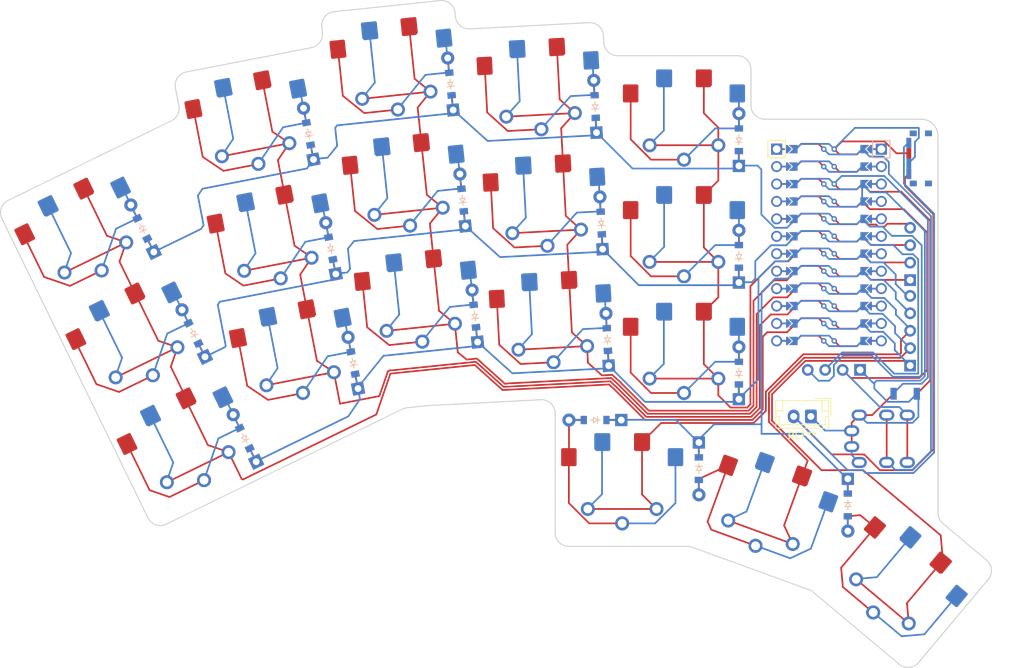
<source format=kicad_pcb>
(kicad_pcb (version 20221018) (generator pcbnew)
  (title_block (title "mikeyboard") (rev "v1.0.0") (company "Unknown"))
  (layers (0 "F.Cu" signal) (31 "B.Cu" signal) (34 "B.Paste" user) (35 "F.Paste" user) (36 "B.SilkS" user "B.Silkscreen") (37 "F.SilkS" user "F.Silkscreen") (38 "B.Mask" user) (39 "F.Mask" user) (44 "Edge.Cuts" user))
  (net 0 "")
  (net 1 "P8")
  (net 2 "pinkie_bottom")
  (net 3 "pinkie_home")
  (net 4 "pinkie_top")
  (net 5 "P7")
  (net 6 "ring_bottom")
  (net 7 "ring_home")
  (net 8 "ring_top")
  (net 9 "P6")
  (net 10 "middle_bottom")
  (net 11 "middle_home")
  (net 12 "middle_top")
  (net 13 "P5")
  (net 14 "index_bottom")
  (net 15 "index_home")
  (net 16 "index_top")
  (net 17 "P4")
  (net 18 "inner_bottom")
  (net 19 "inner_home")
  (net 20 "inner_top")
  (net 21 "near_thumb")
  (net 22 "home_thumb")
  (net 23 "far_thumb")
  (net 24 "P19")
  (net 25 "P20")
  (net 26 "P21")
  (net 27 "P18")
  (net 28 "RAW")
  (net 29 "GND")
  (net 30 "RST")
  (net 31 "VCC")
  (net 32 "P15")
  (net 33 "P14")
  (net 34 "P16")
  (net 35 "P10")
  (net 36 "Tx")
  (net 37 "P0")
  (net 38 "SDA")
  (net 39 "SCL")
  (net 40 "P9")
  (net 41 "pos")
  (footprint "PG1350" (layer "F.Cu") (at 215.898072 141.095676)
    (fp_text reference "S13" hide)
    (fp_text value "" hide)
  )
  (footprint "PG1350" (layer "F.Cu") (at 195.708052 119.650556 -177)
    (fp_text reference "S29" hide)
    (fp_text value "" hide)
  )
  (footprint "PG1350" (layer "F.Cu") (at 128.527287 123.835337 -154)
    (fp_text reference "S21" hide)
    (fp_text value "" hide)
  )
  (footprint "PG1350" (layer "F.Cu") (at 215.898072 141.095676 180)
    (fp_text reference "S31" hide)
    (fp_text value "" hide)
  )
  (footprint "ComboDiode" (layer "F.Cu") (at 218.071905 158.022583 -90)
    (fp_text reference "D17" hide)
    (fp_text value "" hide)
  )
  (footprint "PG1350" (layer "F.Cu") (at 152.804018 107.817241 -169)
    (fp_text reference "S24" hide)
    (fp_text value "" hide)
  )
  (footprint "ComboDiode" (layer "F.Cu") (at 239.761904 163.30258 -90)
    (fp_text reference "D18" hide)
    (fp_text value "" hide)
  )
  (footprint "TRRS-PJ-320A-dual" (layer "F.Cu") (at 251.614407 154.816832 -90)
    (fp_text reference "TRRS1")
    (fp_text value "TRRS-PJ-320A-dual")
  )
  (footprint "PG1350" (layer "F.Cu") (at 215.898073 107.095677)
    (fp_text reference "S15" hide)
    (fp_text value "" hide)
  )
  (footprint "PG1350" (layer "F.Cu") (at 143.431905 154.394332 26)
    (fp_text reference "S1" hide)
    (fp_text value "" hide)
  )
  (footprint "PG1350" (layer "F.Cu") (at 194.81834 102.673855 -177)
    (fp_text reference "S30" hide)
    (fp_text value "" hide)
  )
  (footprint "ComboDiode" (layer "F.Cu") (at 137.032752 123.024744 116)
    (fp_text reference "D3" hide)
    (fp_text value "" hide)
  )
  (footprint "PG1350" (layer "F.Cu") (at 135.979599 139.114832 26)
    (fp_text reference "S2" hide)
    (fp_text value "" hide)
  )
  (footprint "PG1350" (layer "F.Cu") (at 156.047768 124.504906 -169)
    (fp_text reference "S23" hide)
    (fp_text value "" hide)
  )
  (footprint "PG1350" (layer "F.Cu") (at 156.047768 124.504906 11)
    (fp_text reference "S5" hide)
    (fp_text value "" hide)
  )
  (footprint "PG1350" (layer "F.Cu") (at 177.179204 133.640689 -174)
    (fp_text reference "S25" hide)
    (fp_text value "" hide)
  )
  (footprint "PG1350" (layer "F.Cu") (at 206.898072 160.095672)
    (fp_text reference "S16" hide)
    (fp_text value "" hide)
  )
  (footprint "PG1350" (layer "F.Cu") (at 215.898072 124.095676)
    (fp_text reference "S14" hide)
    (fp_text value "" hide)
  )
  (footprint "ComboDiode" (layer "F.Cu") (at 223.898075 110.095676 90)
    (fp_text reference "D15" hide)
    (fp_text value "" hide)
  )
  (footprint "Button_Switch_SMD:SW_SPST_B3U-1000P" (layer "F.Cu") (at 248.111906 147.104332)
    (fp_text reference "")
    (fp_text value "")
  )
  (footprint "PG1350" (layer "F.Cu") (at 173.625238 99.826943 -174)
    (fp_text reference "S27" hide)
    (fp_text value "" hide)
  )
  (footprint "PG1350" (layer "F.Cu") (at 196.597764 136.627257 3)
    (fp_text reference "S10" hide)
    (fp_text value "" hide)
  )
  (footprint "lib:OLED_headers" (layer "F.Cu") (at 247.231907 120.744332)
    (fp_text reference "OLED2" hide)
    (fp_text value "OLED")
  )
  (footprint "ComboDiode" (layer "F.Cu") (at 144.485063 138.304247 116)
    (fp_text reference "D2" hide)
    (fp_text value "" hide)
  )
  (footprint "PG1350" (layer "F.Cu") (at 175.40222 116.733814 6)
    (fp_text reference "S8" hide)
    (fp_text value "" hide)
  )
  (footprint "ComboDiode" (layer "F.Cu") (at 223.898075 127.095674 90)
    (fp_text reference "D14" hide)
    (fp_text value "" hide)
  )
  (footprint "PG1350" (layer "F.Cu") (at 215.898072 124.095676 180)
    (fp_text reference "S32" hide)
    (fp_text value "" hide)
  )
  (footprint "PG1350" (layer "F.Cu") (at 159.291524 141.192567 -169)
    (fp_text reference "S22" hide)
    (fp_text value "" hide)
  )
  (footprint "PG1350" (layer "F.Cu") (at 173.625238 99.826943 6)
    (fp_text reference "S9" hide)
    (fp_text value "" hide)
  )
  (footprint "PG1350" (layer "F.Cu") (at 128.527287 123.835337 26)
    (fp_text reference "S3" hide)
    (fp_text value "" hide)
  )
  (footprint "ComboDiode" (layer "F.Cu") (at 183.671982 118.881153 96)
    (fp_text reference "D8" hide)
    (fp_text value "" hide)
  )
  (footprint "ComboDiode" (layer "F.Cu") (at 181.894996 101.974283 96)
    (fp_text reference "D9" hide)
    (fp_text value "" hide)
  )
  (footprint "PG1350" (layer "F.Cu") (at 194.81834 102.673855 3)
    (fp_text reference "S12" hide)
    (fp_text value "" hide)
  )
  (footprint "ComboDiode" (layer "F.Cu") (at 223.89807 144.09567 90)
    (fp_text reference "D13" hide)
    (fp_text value "" hide)
  )
  (footprint "ComboDiode" (layer "F.Cu") (at 185.448965 135.788025 96)
    (fp_text reference "D7" hide)
    (fp_text value "" hide)
  )
  (footprint "Button_Switch_SMD:SW_SPDT_PCM12" (layer "F.Cu") (at 250.061906 112.814333 90)
    (fp_text reference "")
    (fp_text value "")
  )
  (footprint "lib:OLED_headers" (layer "F.Cu") (at 231.741907 145.234333 90)
    (fp_text reference "OLED1" hide)
    (fp_text value "OLED")
  )
  (footprint "PinHeader_1x05_P2.54mm_Vertical" (layer "F.Cu") (at 247.231904 130.66433)
    (fp_text reference "H1" hide)
    (fp_text value "Hdr")
  )
  (footprint "ComboDiode" (layer "F.Cu") (at 202.964383 105.251054 93)
    (fp_text reference "D12" hide)
    (fp_text value "" hide)
  )
  (footprint "PG1350" (layer "F.Cu") (at 175.40222 116.733814 -174)
    (fp_text reference "S26" hide)
    (fp_text value "" hide)
  )
  (footprint "PG1350" (layer "F.Cu") (at 177.179204 133.640689 6)
    (fp_text reference "S7" hide)
    (fp_text value "" hide)
  )
  (footprint "ComboDiode" (layer "F.Cu") (at 203.854094 122.227755 93)
    (fp_text reference "D11" hide)
    (fp_text value "" hide)
  )
  (footprint "PG1350" (layer "F.Cu") (at 215.898073 107.095677 180)
    (fp_text reference "S33" hide)
    (fp_text value "" hide)
  )
  (footprint "Connector_JST:JST_EH_B2B-EH-A_1x02_P2.50mm_Vertical" (layer "F.Cu") (at 234.371906 150.414332 180)
    (fp_text reference "REF**")
    (fp_text value "JST_EH_B2B-EH-A_1x02_P2.50mm_Vertical")
  )
  (footprint "PG1350" (layer "F.Cu") (at 195.708052 119.650556 3)
    (fp_text reference "S11" hide)
    (fp_text value "" hide)
  )
  (footprint "ComboDiode" (layer "F.Cu") (at 161.229461 109.235653 101)
    (fp_text reference "D6" hide)
    (fp_text value "" hide)
  )
  (footprint "PG1350" (layer "F.Cu") (at 228.333491 163.716623 -20)
    (fp_text reference "S17" hide)
    (fp_text value "" hide)
  )
  (footprint "ProMicro" (layer "F.Cu") (at 237.013906 125.434327 -90)
    (fp_text reference "MCU1" hide)
    (fp_text value "")
  )
  (footprint "ComboDiode" (layer "F.Cu") (at 164.473215 125.923314 101)
    (fp_text reference "D5" hide)
    (fp_text value "" hide)
  )
  (footprint "ComboDiode" (layer "F.Cu") (at 202.963655 150.944326 180)
    (fp_text reference "D16" hide)
    (fp_text value "" hide)
  )
  (footprint "PG1350" (layer "F.Cu") (at 247.237749 174.450544 140)
    (fp_text reference "S36" hide)
    (fp_text value "" hide)
  )
  (footprint "ComboDiode" (layer "F.Cu") (at 204.743807 139.204455 93)
    (fp_text reference "D10" hide)
    (fp_text value "" hide)
  )
  (footprint "PG1350" (layer "F.Cu") (at 228.333491 163.716623 160)
    (fp_text reference "S35" hide)
    (fp_text value "" hide)
  )
  (footprint "PG1350" (layer "F.Cu") (at 159.291524 141.192567 11)
    (fp_text reference "S4" hide)
    (fp_text value "" hide)
  )
  (footprint "PG1350" (layer "F.Cu") (at 135.979599 139.114832 -154)
    (fp_text reference "S20" hide)
    (fp_text value "" hide)
  )
  (footprint "PG1350" (layer "F.Cu") (at 206.898072 160.095672 180)
    (fp_text reference "S34" hide)
    (fp_text value "" hide)
  )
  (footprint "PG1350" (layer "F.Cu") (at 196.597764 136.627257 -177)
    (fp_text reference "S28" hide)
    (fp_text value "" hide)
  )
  (footprint "PG1350" (layer "F.Cu") (at 152.804018 107.817241 11)
    (fp_text reference "S6" hide)
    (fp_text value "" hide)
  )
  (footprint "ComboDiode" (layer "F.Cu") (at 151.937369 153.583746 116)
    (fp_text reference "D1" hide)
    (fp_text value "" hide)
  )
  (footprint "ComboDiode" (layer "F.Cu") (at 167.716967 142.610975 101)
    (fp_text reference "D4" hide)
    (fp_text value "" hide)
  )
  (footprint "PG1350" (layer "F.Cu") (at 247.237749 174.450544 -40)
    (fp_text reference "S18" hide)
    (fp_text value "" hide)
  )
  (footprint "PG1350" (layer "F.Cu") (at 143.431905 154.394332 -154)
    (fp_text reference "S19" hide)
    (fp_text value "" hide)
  )
  (gr_arc (start 174.906176 149.334877) (mid 175.231642 149.209934) (end 175.573861 149.143418) (stroke (width 0.15)) (layer "Edge.Cuts"))
  (gr_arc (start 250.398073 107.088547) (mid 252.190266 107.851815) (end 252.881909 109.672874) (stroke (width 0.15)) (layer "Edge.Cuts"))
  (gr_arc (start 178.347505 148.851896) (mid 178.399644 148.847107) (end 178.451891 148.843684) (stroke (width 0.15)) (layer "Edge.Cuts"))
  (gr_arc (start 223.648075 97.845673) (mid 225.062319 98.431442) (end 225.648072 99.845674) (stroke (width 0.15)) (layer "Edge.Cuts"))
  (gr_line (start 197.148071 167.345673) (end 197.148073 149.971411) (stroke (width 0.15)) (layer "Edge.Cuts"))
  (gr_arc (start 259.956008 171.35038) (mid 260.662842 172.70816) (end 260.202513 174.168041) (stroke (width 0.15)) (layer "Edge.Cuts"))
  (gr_line (start 143.431424 100.215957) (end 161.654373 96.673779) (stroke (width 0.15)) (layer "Edge.Cuts"))
  (gr_arc (start 163.261801 94.501467) (mid 162.880479 95.900184) (end 161.654373 96.673779) (stroke (width 0.15)) (layer "Edge.Cuts"))
  (gr_line (start 252.891905 164.484336) (end 252.881909 109.672874) (stroke (width 0.15)) (layer "Edge.Cuts"))
  (gr_arc (start 141.849788 102.560832) (mid 142.154957 101.06081) (end 143.431424 100.215957) (stroke (width 0.15)) (layer "Edge.Cuts"))
  (gr_line (start 182.563992 91.597504) (end 182.622312 92.152396) (stroke (width 0.15)) (layer "Edge.Cuts"))
  (gr_line (start 253.606331 166.01642) (end 259.956008 171.35038) (stroke (width 0.15)) (layer "Edge.Cuts"))
  (gr_arc (start 199.148075 169.345673) (mid 197.733834 168.759903) (end 197.148071 167.345673) (stroke (width 0.15)) (layer "Edge.Cuts"))
  (gr_line (start 206.226616 97.845672) (end 223.648075 97.845673) (stroke (width 0.15)) (layer "Edge.Cuts"))
  (gr_arc (start 216.401336 169.345671) (mid 216.748633 169.376054) (end 217.085377 169.466287) (stroke (width 0.15)) (layer "Edge.Cuts"))
  (gr_arc (start 202.073609 93.030924) (mid 203.516568 93.541884) (end 204.17554 94.923513) (stroke (width 0.15)) (layer "Edge.Cuts"))
  (gr_line (start 140.521183 166.105551) (end 174.906176 149.334877) (stroke (width 0.15)) (layer "Edge.Cuts"))
  (gr_line (start 116.585853 121.593199) (end 137.846853 165.184708) (stroke (width 0.15)) (layer "Edge.Cuts"))
  (gr_line (start 250.398071 107.095672) (end 227.648072 107.095673) (stroke (width 0.15)) (layer "Edge.Cuts"))
  (gr_arc (start 163.170815 93.63581) (mid 163.60558 92.168137) (end 164.950802 91.437715) (stroke (width 0.15)) (layer "Edge.Cuts"))
  (gr_arc (start 140.521187 166.10555) (mid 138.993329 166.198977) (end 137.846851 165.184708) (stroke (width 0.15)) (layer "Edge.Cuts"))
  (gr_line (start 204.17554 94.923513) (end 204.229356 95.950345) (stroke (width 0.15)) (layer "Edge.Cuts"))
  (gr_line (start 163.261801 94.501467) (end 163.170815 93.63581) (stroke (width 0.15)) (layer "Edge.Cuts"))
  (gr_line (start 234.589078 175.912061) (end 247.228809 186.518059) (stroke (width 0.15)) (layer "Edge.Cuts"))
  (gr_arc (start 250.046474 186.271546) (mid 248.688685 186.978406) (end 247.228809 186.518059) (stroke (width 0.15)) (layer "Edge.Cuts"))
  (gr_line (start 117.5067 118.918868) (end 141.266767 107.330306) (stroke (width 0.15)) (layer "Edge.Cuts"))
  (gr_arc (start 227.648072 107.095673) (mid 226.233838 106.509894) (end 225.648073 105.095676) (stroke (width 0.15)) (layer "Edge.Cuts"))
  (gr_arc (start 184.716027 93.940597) (mid 183.312474 93.464141) (end 182.622312 92.152396) (stroke (width 0.15)) (layer "Edge.Cuts"))
  (gr_line (start 195.043401 147.974156) (end 178.451891 148.843684) (stroke (width 0.15)) (layer "Edge.Cuts"))
  (gr_arc (start 195.043401 147.974153) (mid 196.524766 148.520673) (end 197.148073 149.971411) (stroke (width 0.15)) (layer "Edge.Cuts"))
  (gr_arc (start 180.365886 89.817523) (mid 181.833572 90.252277) (end 182.563992 91.597504) (stroke (width 0.15)) (layer "Edge.Cuts"))
  (gr_line (start 178.347505 148.851896) (end 175.573861 149.143418) (stroke (width 0.15)) (layer "Edge.Cuts"))
  (gr_line (start 164.950802 91.437715) (end 180.365886 89.817523) (stroke (width 0.15)) (layer "Edge.Cuts"))
  (gr_line (start 225.648073 105.095676) (end 225.648072 99.845674) (stroke (width 0.15)) (layer "Edge.Cuts"))
  (gr_line (start 184.716023 93.940601) (end 202.073609 93.030924) (stroke (width 0.15)) (layer "Edge.Cuts"))
  (gr_line (start 217.085377 169.466287) (end 234.637253 175.854649) (stroke (width 0.15)) (layer "Edge.Cuts"))
  (gr_line (start 199.148075 169.345673) (end 216.401336 169.345671) (stroke (width 0.15)) (layer "Edge.Cuts"))
  (gr_line (start 250.046474 186.271546) (end 260.202513 174.168041) (stroke (width 0.15)) (layer "Edge.Cuts"))
  (gr_arc (start 142.353283 105.151103) (mid 142.179885 106.425103) (end 141.266767 107.330306) (stroke (width 0.15)) (layer "Edge.Cuts"))
  (gr_line (start 142.353283 105.151103) (end 141.849788 102.560832) (stroke (width 0.15)) (layer "Edge.Cuts"))
  (gr_arc (start 116.585853 121.593199) (mid 116.492425 120.065335) (end 117.5067 118.918868) (stroke (width 0.15)) (layer "Edge.Cuts"))
  (gr_arc (start 206.226616 97.845672) (mid 204.849935 97.296402) (end 204.229356 95.950345) (stroke (width 0.15)) (layer "Edge.Cuts"))
  (gr_arc (start 253.606331 166.01642) (mid 253.079307 165.329566) (end 252.891905 164.484336) (stroke (width 0.15)) (layer "Edge.Cuts"))
  (gr_line (start 234.589078 175.912061) (end 234.637253 175.854649) (stroke (width 0.15)) (layer "Edge.Cuts"))
  (segment (start 134.685542 125.063327) (end 134.687067 125.058895) (width 0.25) (layer "F.Cu") (net 1))
  (segment (start 225.857657 150.919672) (end 227.371907 149.405422) (width 0.25) (layer "F.Cu") (net 1))
  (segment (start 136.007131 132.510694) (end 139.35782 139.380627) (width 0.25) (layer "F.Cu") (net 1))
  (segment (start 227.371905 138.79433) (end 228.023796 138.14244) (width 0.25) (layer "F.Cu") (net 1))
  (segment (start 253.597862 171.372344) (end 253.278889 167.726469) (width 0.25) (layer "F.Cu") (net 1))
  (segment (start 233.580207 142.314331) (end 248.141905 142.314331) (width 0.25) (layer "F.Cu") (net 1))
  (segment (start 133.15144 144.722103) (end 142.139376 140.338394) (width 0.25) (layer "F.Cu") (net 1))
  (segment (start 210.218058 150.919675) (end 225.857657 150.919672) (width 0.25) (layer "F.Cu") (net 1))
  (segment (start 131.878767 124.09192) (end 134.687067 125.058895) (width 0.25) (layer "F.Cu") (net 1))
  (segment (start 133.151434 144.722105) (end 133.15144 144.722103) (width 0.25) (layer "F.Cu") (net 1))
  (segment (start 227.371907 149.405422) (end 227.371905 138.79433) (width 0.25) (layer "F.Cu") (net 1))
  (segment (start 142.139376 140.338394) (end 142.149513 140.359181) (width 0.25) (layer "F.Cu") (net 1))
  (segment (start 248.365739 177.607745) (end 253.278885 171.752486) (width 0.25) (layer "F.Cu") (net 1))
  (segment (start 241.298169 158.241831) (end 241.29 158.25) (width 0.25) (layer "F.Cu") (net 1))
  (segment (start 171.101038 150.126352) (end 173.151843 144.170378) (width 0.25) (layer "F.Cu") (net 1))
  (segment (start 146.569439 154.57725) (end 149.591687 155.617893) (width 0.25) (layer "F.Cu") (net 1))
  (segment (start 240.964937 174.147573) (end 248.625379 180.575449) (width 0.25) (layer "F.Cu") (net 1))
  (segment (start 185.433794 142.913985) (end 189.486962 146.563472) (width 0.25) (layer "F.Cu") (net 1))
  (segment (start 228.721905 147.172633) (end 233.580207 142.314331) (width 0.25) (layer "F.Cu") (net 1))
  (segment (start 141.179633 143.175917) (end 143.42426 147.778083) (width 0.25) (layer "F.Cu") (net 1))
  (segment (start 133.705406 127.851476) (end 135.971951 132.49858) (width 0.25) (layer "F.Cu") (net 1))
  (segment (start 248.625379 180.57545) (end 248.365739 177.607745) (width 0.25) (layer "F.Cu") (net 1))
  (segment (start 241.281831 158.241831) (end 235.919406 158.241831) (width 0.25) (layer "F.Cu") (net 1))
  (segment (start 139.35782 139.380627) (end 142.139376 140.338394) (width 0.25) (layer "F.Cu") (net 1))
  (segment (start 228.721906 151.044332) (end 228.721905 147.172633) (width 0.25) (layer "F.Cu") (net 1))
  (segment (start 128.528076 117.221984) (end 131.878767 124.09192) (width 0.25) (layer "F.Cu") (net 1))
  (segment (start 149.591685 155.617893) (end 140.603745 160.001605) (width 0.25) (layer "F.Cu") (net 1))
  (segment (start 210.167526 150.874178) (end 210.218058 150.919675) (width 0.25) (layer "F.Cu") (net 1))
  (segment (start 134.662912 125.070677) (end 133.705406 127.851476) (width 0.25) (layer "F.Cu") (net 1))
  (segment (start 204.975045 145.751775) (end 205.729248 146.430861) (width 0.25) (layer "F.Cu") (net 1))
  (segment (start 253.278889 167.726469) (end 241.975538 158.241831) (width 0.25) (layer "F.Cu") (net 1))
  (segment (start 151.495754 159.521808) (end 151.696073 159.590783) (width 0.25) (layer "F.Cu") (net 1))
  (segment (start 235.919406 158.241831) (end 228.721906 151.044332) (width 0.25) (layer "F.Cu") (net 1))
  (segment (start 143.42426 147.778083) (end 143.353496 147.983589) (width 0.25) (layer "F.Cu") (net 1))
  (segment (start 232.187901 136.864334) (end 232.187905 136.864332) (width 0.25) (layer "F.Cu") (net 1))
  (segment (start 125.703556 129.444133) (end 134.685542 125.063327) (width 0.25) (layer "F.Cu") (net 1))
  (segment (start 143.353496 147.983589) (end 146.569439 154.57725) (width 0.25) (layer "F.Cu") (net 1))
  (segment (start 149.591687 155.617893) (end 151.495754 159.521808) (width 0.25) (layer "F.Cu") (net 1))
  (segment (start 125.699123 129.442606) (end 125.703556 129.444133) (width 0.25) (layer "F.Cu") (net 1))
  (segment (start 189.486962 146.563472) (end 204.975045 145.751775) (width 0.25) (layer "F.Cu") (net 1))
  (segment (start 210.167249 150.868865) (end 210.167526 150.874178) (width 0.25) (layer "F.Cu") (net 1))
  (segment (start 128.519638 117.219084) (end 128.528076 117.221984) (width 0.25) (layer "F.Cu") (net 1))
  (segment (start 151.696073 159.590783) (end 171.101038 150.126352) (width 0.25) (layer "F.Cu") (net 1))
  (segment (start 135.971951 132.49858) (end 136.007131 132.510694) (width 0.25) (layer "F.Cu") (net 1))
  (segment (start 241.29 158.25) (end 241.281831 158.241831) (width 0.25) (layer "F.Cu") (net 1))
  (segment (start 205.729248 146.430861) (end 210.167249 150.868865) (width 0.25) (layer "F.Cu") (net 1))
  (segment (start 142.149513 140.359181) (end 141.179633 143.175917) (width 0.25) (layer "F.Cu") (net 1))
  (segment (start 228.023796 138.14244) (end 230.909794 138.142439) (width 0.25) (layer "F.Cu") (net 1))
  (segment (start 173.151843 144.170378) (end 185.433794 142.913985) (width 0.25) (layer "F.Cu") (net 1))
  (segment (start 230.909794 138.142439) (end 232.187901 136.864334) (width 0.25) (layer "F.Cu") (net 1))
  (segment (start 248.141905 142.314331) (end 248.831905 143.004332) (width 0.25) (layer "F.Cu") (net 1))
  (segment (start 248.625379 180.575449) (end 248.625379 180.57545) (width 0.25) (layer "F.Cu") (net 1))
  (segment (start 241.975538 158.241831) (end 241.298169 158.241831) (width 0.25) (layer "F.Cu") (net 1))
  (segment (start 134.687067 125.058895) (end 134.662912 125.070677) (width 0.25) (layer "F.Cu") (net 1))
  (segment (start 130.733489 134.466004) (end 130.733486 134.987333) (width 0.25) (layer "B.Cu") (net 1))
  (segment (start 241.839905 136.864329) (end 243.058015 138.082439) (width 0.25) (layer "B.Cu") (net 1))
  (segment (start 134.091361 141.836398) (end 133.114297 144.674001) (width 0.25) (layer "B.Cu") (net 1))
  (segment (start 246.59486 140.767286) (end 248.831903 143.004331) (width 0.25) (layer "B.Cu") (net 1))
  (segment (start 134.075991 141.804882) (end 134.091361 141.836398) (width 0.25) (layer "B.Cu") (net 1))
  (segment (start 130.733486 134.987333) (end 134.055124 141.797695) (width 0.25) (layer "B.Cu") (net 1))
  (segment (start 243.979143 173.832512) (end 240.927797 174.09947) (width 0.25) (layer "B.Cu") (net 1))
  (segment (start 246.594858 139.774293) (end 246.59486 140.767286) (width 0.25) (layer "B.Cu") (net 1))
  (segment (start 141.536486 157.136766) (end 140.566607 159.953502) (width 0.25) (layer "B.Cu") (net 1))
  (segment (start 248.815969 168.068209) (end 243.979143 173.832512) (width 0.25) (layer "B.Cu") (net 1))
  (segment (start 244.903007 138.082438) (end 246.594858 139.774293) (width 0.25) (layer "B.Cu") (net 1))
  (segment (start 125.693386 129.37919) (end 125.661988 129.394503) (width 0.25) (layer "B.Cu") (net 1))
  (segment (start 134.055124 141.797695) (end 134.075991 141.804882) (width 0.25) (layer "B.Cu") (net 1))
  (segment (start 138.185798 149.745501) (end 138.185797 150.266832) (width 0.25) (layer "B.Cu") (net 1))
  (segment (start 243.058015 138.082439) (end 244.903007 138.082438) (width 0.25) (layer "B.Cu") (net 1))
  (segment (start 248.808651 167.98457) (end 248.815969 168.068209) (width 0.25) (layer "B.Cu") (net 1))
  (segment (start 138.185797 150.266832) (end 141.536486 157.136766) (width 0.25) (layer "B.Cu") (net 1))
  (segment (start 123.281177 119.707832) (end 126.647182 126.609164) (width 0.25) (layer "B.Cu") (net 1))
  (segment (start 126.647182 126.609164) (end 125.693386 129.37919) (width 0.25) (layer "B.Cu") (net 1))
  (segment (start 150.267182 150.159344) (end 151.21406 152.100735) (width 0.25) (layer "F.Cu") (net 2))
  (segment (start 150.267173 150.159338) (end 150.267182 150.159344) (width 0.25) (layer "F.Cu") (net 2))
  (segment (start 138.094965 161.159578) (end 140.981904 162.153631) (width 0.25) (layer "F.Cu") (net 2))
  (segment (start 140.981904 162.153631) (end 146.018296 159.697218) (width 0.25) (layer "F.Cu") (net 2))
  (segment (start 134.811126 154.426711) (end 138.094965 161.159578) (width 0.25) (layer "F.Cu") (net 2))
  (segment (start 148.113218 153.613118) (end 146.018295 159.697218) (width 0.25) (layer "B.Cu") (net 2))
  (segment (start 151.21406 152.100737) (end 148.113218 153.613118) (width 0.25) (layer "B.Cu") (net 2))
  (segment (start 149.08248 147.730348) (end 148.764902 147.620998) (width 0.25) (layer "B.Cu") (net 2))
  (segment (start 150.267177 150.159342) (end 151.21406 152.100737) (width 0.25) (layer "B.Cu") (net 2))
  (segment (start 150.267177 150.159342) (end 149.08248 147.730348) (width 0.25) (layer "B.Cu") (net 2))
  (segment (start 133.641656 146.845413) (end 138.55525 144.448894) (width 0.25) (layer "F.Cu") (net 3))
  (segment (start 127.358813 139.582144) (end 130.348252 145.711403) (width 0.25) (layer "F.Cu") (net 3))
  (segment (start 143.76175 136.821239) (end 142.814869 134.879842) (width 0.25) (layer "F.Cu") (net 3))
  (segment (start 138.55525 144.448894) (end 138.565985 144.417714) (width 0.25) (layer "F.Cu") (net 3))
  (segment (start 130.348252 145.711403) (end 133.641656 146.845413) (width 0.25) (layer "F.Cu") (net 3))
  (segment (start 127.358816 139.147211) (end 127.358813 139.582144) (width 0.25) (layer "F.Cu") (net 3))
  (segment (start 141.312594 132.341497) (end 141.63017 132.450848) (width 0.25) (layer "B.Cu") (net 3))
  (segment (start 143.730267 136.756692) (end 142.794165 134.837397) (width 0.25) (layer "B.Cu") (net 3))
  (segment (start 141.63017 132.450848) (end 142.814869 134.879842) (width 0.25) (layer "B.Cu") (net 3))
  (segment (start 142.794165 134.837397) (end 142.77773 134.831739) (width 0.25) (layer "B.Cu") (net 3))
  (segment (start 143.724609 136.773131) (end 143.730267 136.756692) (width 0.25) (layer "B.Cu") (net 3))
  (segment (start 143.76175 136.821239) (end 140.660912 138.333617) (width 0.25) (layer "B.Cu") (net 3))
  (segment (start 140.660912 138.333617) (end 138.565987 144.417716) (width 0.25) (layer "B.Cu") (net 3))
  (segment (start 135.357867 119.613963) (end 136.318547 121.58365) (width 0.25) (layer "F.Cu") (net 4))
  (segment (start 126.503359 131.386823) (end 131.11368 129.138219) (width 0.25) (layer "F.Cu") (net 4))
  (segment (start 122.72759 130.08672) (end 126.503359 131.386823) (width 0.25) (layer "F.Cu") (net 4))
  (segment (start 135.362564 119.600344) (end 135.362559 119.600338) (width 0.25) (layer "F.Cu") (net 4))
  (segment (start 136.318547 121.58365) (end 136.581905 121.674333) (width 0.25) (layer "F.Cu") (net 4))
  (segment (start 119.906508 123.867714) (end 119.906506 124.302643) (width 0.25) (layer "F.Cu") (net 4))
  (segment (start 135.362559 119.600338) (end 135.357867 119.613963) (width 0.25) (layer "F.Cu") (net 4))
  (segment (start 119.906506 124.302643) (end 122.72759 130.08672) (width 0.25) (layer "F.Cu") (net 4))
  (segment (start 133.208601 123.054114) (end 131.113678 129.13822) (width 0.25) (layer "B.Cu") (net 4))
  (segment (start 136.30944 121.541735) (end 133.208601 123.054114) (width 0.25) (layer "B.Cu") (net 4))
  (segment (start 136.30944 121.541735) (end 135.362559 119.600338) (width 0.25) (layer "B.Cu") (net 4))
  (segment (start 134.177863 117.171353) (end 135.362559 119.600338) (width 0.25) (layer "B.Cu") (net 4))
  (segment (start 133.860283 117.062002) (end 134.177863 117.171353) (width 0.25) (layer "B.Cu") (net 4))
  (segment (start 155.114726 145.867505) (end 164.915442 143.962438) (width 0.25) (layer "F.Cu") (net 5))
  (segment (start 233.39381 141.864329) (end 247.431907 141.864332) (width 0.25) (layer "F.Cu") (net 5))
  (segment (start 159.201932 125.551272) (end 161.680977 127.223409) (width 0.25) (layer "F.Cu") (net 5))
  (segment (start 148.620954 112.501472) (end 148.620957 112.501467) (width 0.25) (layer "F.Cu") (net 5))
  (segment (start 158.437229 110.593381) (end 156.771369 113.063117) (width 0.25) (layer "F.Cu") (net 5))
  (segment (start 185.862489 142.682762) (end 185.863806 142.695632) (width 0.25) (layer "F.Cu") (net 5))
  (segment (start 173.204645 143.71263) (end 185.573428 142.447353) (width 0.25) (layer "F.Cu") (net 5))
  (segment (start 164.915442 143.962438) (end 164.92473 143.968707) (width 0.25) (layer "F.Cu") (net 5))
  (segment (start 185.863806 142.695632) (end 189.649552 146.104337) (width 0.25) (layer "F.Cu") (net 5))
  (segment (start 162.455 142.30285) (end 164.92473 143.968707) (width 0.25) (layer "F.Cu") (net 5))
  (segment (start 228.271908 146.986234) (end 233.39381 141.864329) (width 0.25) (layer "F.Cu") (net 5))
  (segment (start 228.271906 151.230727) (end 228.271903 147.627852) (width 0.25) (layer "F.Cu") (net 5))
  (segment (start 148.620957 112.501467) (end 148.620959 112.501471) (width 0.25) (layer "F.Cu") (net 5))
  (segment (start 165.814296 148.545124) (end 165.826022 148.553033) (width 0.25) (layer "F.Cu") (net 5))
  (segment (start 159.1033 125.043861) (end 159.201932 125.551272) (width 0.25) (layer "F.Cu") (net 5))
  (segment (start 226.92191 137.162438) (end 228.53191 135.552439) (width 0.25) (layer "F.Cu") (net 5))
  (segment (start 161.680978 127.281042) (end 160.015124 129.750774) (width 0.25) (layer "F.Cu") (net 5))
  (segment (start 161.680977 127.223409) (end 161.680978 127.281042) (width 0.25) (layer "F.Cu") (net 5))
  (segment (start 206.039117 146.104332) (end 210.404457 150.469671) (width 0.25) (layer "F.Cu") (net 5))
  (segment (start 173.122107 143.684212) (end 173.204645 143.71263) (width 0.25) (layer "F.Cu") (net 5))
  (segment (start 231.732277 168.997554) (end 230.473279 166.297623) (width 0.25) (layer "F.Cu") (net 5))
  (segment (start 155.108459 145.876797) (end 155.114726 145.867505) (width 0.25) (layer "F.Cu") (net 5))
  (segment (start 228.53191 135.552439) (end 230.959798 135.55244) (width 0.25) (layer "F.Cu") (net 5))
  (segment (start 233.906393 156.865215) (end 228.271906 151.230727) (width 0.25) (layer "F.Cu") (net 5))
  (segment (start 158.434465 110.579168) (end 158.437229 110.593381) (width 0.25) (layer "F.Cu") (net 5))
  (segment (start 189.649552 146.104337) (end 205.137636 145.292638) (width 0.25) (layer "F.Cu") (net 5))
  (segment (start 156.771369 113.063117) (end 159.099722 125.041444) (width 0.25) (layer "F.Cu") (net 5))
  (segment (start 230.473279 166.297623) (end 233.906393 156.865215) (width 0.25) (layer "F.Cu") (net 5))
  (segment (start 172.787044 143.847633) (end 173.122107 143.684212) (width 0.25) (layer "F.Cu") (net 5))
  (segment (start 222.335345 165.577353) (end 222.358524 165.566546) (width 0.25) (layer "F.Cu") (net 5))
  (segment (start 228.271909 149.974333) (end 228.271908 146.986234) (width 0.25) (layer "F.Cu") (net 5))
  (segment (start 155.964726 108.913309) (end 158.434465 110.579168) (width 0.25) (layer "F.Cu") (net 5))
  (segment (start 164.92473 143.968707) (end 165.814296 148.545124) (width 0.25) (layer "F.Cu") (net 5))
  (segment (start 231.732277 168.997554) (end 222.335348 165.577353) (width 0.25) (layer "F.Cu") (net 5))
  (segment (start 230.959798 135.55244) (end 232.187907 134.324329) (width 0.25) (layer "F.Cu") (net 5))
  (segment (start 247.431907 141.864332) (end 248.831906 140.464332) (width 0.25) (layer "F.Cu") (net 5))
  (segment (start 185.573428 142.447353) (end 185.862489 142.682762) (width 0.25) (layer "F.Cu") (net 5))
  (segment (start 159.099722 125.041444) (end 159.1033 125.043861) (width 0.25) (layer "F.Cu") (net 5))
  (segment (start 205.137636 145.292638) (end 206.039117 146.104332) (width 0.25) (layer "F.Cu") (net 5))
  (segment (start 148.620959 112.501471) (end 158.437229 110.593381) (width 0.25) (layer "F.Cu") (net 5))
  (segment (start 165.826022 148.553033) (end 171.549951 147.440415) (width 0.25) (layer "F.Cu") (net 5))
  (segment (start 171.549951 147.440415) (end 172.787044 143.847633) (width 0.25) (layer "F.Cu") (net 5))
  (segment (start 154.509041 101.424455) (end 155.964726 108.913309) (width 0.25) (layer "F.Cu") (net 5))
  (segment (start 226.921906 149.219027) (end 226.92191 137.162438) (width 0.25) (layer "F.Cu") (net 5))
  (segment (start 160.015124 129.750774) (end 162.455 142.30285) (width 0.25) (layer "F.Cu") (net 5))
  (segment (start 151.864709 129.189134) (end 161.680978 127.281042) (width 0.25) (layer "F.Cu") (net 5))
  (segment (start 225.67126 150.469673) (end 226.921906 149.219027) (width 0.25) (layer "F.Cu") (net 5))
  (segment (start 210.404457 150.469671) (end 225.67126 150.469673) (width 0.25) (layer "F.Cu") (net 5))
  (segment (start 242.964905 135.449328) (end 241.839904 134.324329) (width 0.25) (layer "B.Cu") (net 5))
  (segment (start 153.514998 126.639312) (end 151.82757 129.141029) (width 0.25) (layer "B.Cu") (net 5))
  (segment (start 224.998136 164.270253) (end 222.298211 165.529251) (width 0.25) (layer "B.Cu") (net 5))
  (segment (start 227.612368 157.087712) (end 224.998136 164.270253) (width 0.25) (layer "B.Cu") (net 5))
  (segment (start 152.066958 119.189798) (end 153.514998 126.639312) (width 0.25) (layer "B.Cu") (net 5))
  (segment (start 152.034981 119.168225) (end 152.066958 119.189798) (width 0.25) (layer "B.Cu") (net 5))
  (segment (start 148.791225 102.480563) (end 148.82321 102.502133) (width 0.25) (layer "B.Cu") (net 5))
  (segment (start 246.634859 137.272439) (end 244.81175 135.449328) (width 0.25) (layer "B.Cu") (net 5))
  (segment (start 155.268717 135.870741) (end 156.727163 143.373801) (width 0.25) (layer "B.Cu") (net 5))
  (segment (start 246.63486 138.267286) (end 246.634859 137.272439) (width 0.25) (layer "B.Cu") (net 5))
  (segment (start 156.727163 143.373801) (end 155.07132 145.828692) (width 0.25) (layer "B.Cu") (net 5))
  (segment (start 248.831903 140.46433) (end 246.63486 138.267286) (width 0.25) (layer "B.Cu") (net 5))
  (segment (start 148.82321 102.502133) (end 150.271246 109.951644) (width 0.25) (layer "B.Cu") (net 5))
  (segment (start 155.278735 135.855887) (end 155.268717 135.870741) (width 0.25) (layer "B.Cu") (net 5))
  (segment (start 244.81175 135.449328) (end 242.964905 135.449328) (width 0.25) (layer "B.Cu") (net 5))
  (segment (start 150.271246 109.951644) (end 148.583814 112.453368) (width 0.25) (layer "B.Cu") (net 5))
  (segment (start 152.31039 145.959791) (end 155.335371 148.000166) (width 0.25) (layer "F.Cu") (net 6))
  (segment (start 167.402131 140.991292) (end 167.402133 140.991291) (width 0.25) (layer "F.Cu") (net 6))
  (segment (start 150.956108 138.992621) (end 152.31039 145.959791) (width 0.25) (layer "F.Cu") (net 6))
  (segment (start 167.402133 140.991291) (end 166.989984 138.870979) (width 0.25) (layer "F.Cu") (net 6))
  (segment (start 160.395428 147.016591) (end 160.4173 146.984165) (width 0.25) (layer "F.Cu") (net 6))
  (segment (start 155.335371 148.000166) (end 160.395428 147.016591) (width 0.25) (layer "F.Cu") (net 6))
  (segment (start 166.989984 138.870974) (end 166.474324 136.218131) (width 0.25) (layer "B.Cu") (net 6))
  (segment (start 167.402132 140.991288) (end 164.015521 141.649582) (width 0.25) (layer "B.Cu") (net 6))
  (segment (start 164.015521 141.649582) (end 160.417298 146.984166) (width 0.25) (layer "B.Cu") (net 6))
  (segment (start 167.402132 140.991288) (end 166.989984 138.870974) (width 0.25) (layer "B.Cu") (net 6))
  (segment (start 166.474324 136.218131) (end 166.195872 136.030311) (width 0.25) (layer "B.Cu") (net 6))
  (segment (start 147.712356 122.304961) (end 149.126828 129.58178) (width 0.25) (layer "F.Cu") (net 7))
  (segment (start 164.15838 124.303629) (end 163.746233 122.183315) (width 0.25) (layer "F.Cu") (net 7))
  (segment (start 151.74954 131.350823) (end 157.173542 130.296504) (width 0.25) (layer "F.Cu") (net 7))
  (segment (start 149.126828 129.58178) (end 151.74954 131.350823) (width 0.25) (layer "F.Cu") (net 7))
  (segment (start 163.746233 122.183315) (end 163.230571 119.530469) (width 0.25) (layer "B.Cu") (net 7))
  (segment (start 164.15838 124.303629) (end 163.746233 122.183315) (width 0.25) (layer "B.Cu") (net 7))
  (segment (start 160.771763 124.961921) (end 157.173541 130.296506) (width 0.25) (layer "B.Cu") (net 7))
  (segment (start 164.15838 124.303629) (end 160.771763 124.961921) (width 0.25) (layer "B.Cu") (net 7))
  (segment (start 163.230571 119.530469) (end 162.952115 119.342649) (width 0.25) (layer "B.Cu") (net 7))
  (segment (start 144.468602 105.617298) (end 145.822884 112.584466) (width 0.25) (layer "F.Cu") (net 8))
  (segment (start 148.847864 114.624843) (end 153.907919 113.641269) (width 0.25) (layer "F.Cu") (net 8))
  (segment (start 153.907919 113.641269) (end 153.929789 113.608844) (width 0.25) (layer "F.Cu") (net 8))
  (segment (start 145.822884 112.584466) (end 148.847864 114.624843) (width 0.25) (layer "F.Cu") (net 8))
  (segment (start 160.502479 105.495653) (end 160.914625 107.615969) (width 0.25) (layer "F.Cu") (net 8))
  (segment (start 160.502479 105.495653) (end 159.986816 102.842801) (width 0.25) (layer "B.Cu") (net 8))
  (segment (start 157.528012 108.274257) (end 153.929792 113.60884) (width 0.25) (layer "B.Cu") (net 8))
  (segment (start 159.986816 102.842801) (end 159.708363 102.654983) (width 0.25) (layer "B.Cu") (net 8))
  (segment (start 160.914625 107.615969) (end 157.528012 108.274257) (width 0.25) (layer "B.Cu") (net 8))
  (segment (start 160.914625 107.615969) (end 160.502479 105.495653) (width 0.25) (layer "B.Cu") (net 8))
  (segment (start 225.484865 150.019675) (end 226.471905 149.032634) (width 0.25) (layer "F.Cu") (net 9))
  (segment (start 228.907404 133.06244) (end 230.909794 133.062439) (width 0.25) (layer "F.Cu") (net 9))
  (segment (start 232.187903 131.784329) (end 232.187905 131.784332) (width 0.25) (layer "F.Cu") (net 9))
  (segment (start 178.456887 118.115586) (end 180.77204 119.990353) (width 0.25) (layer "F.Cu") (net 9))
  (segment (start 205.292109 144.813896) (end 206.225511 145.654333) (width 0.25) (layer "F.Cu") (net 9))
  (segment (start 206.225511 145.654333) (end 210.590852 150.019672) (width 0.25) (layer "F.Cu") (net 9))
  (segment (start 226.471906 135.497936) (end 228.907404 133.06244) (width 0.25) (layer "F.Cu") (net 9))
  (segment (start 186.291184 142.451537) (end 186.293817 142.477282) (width 0.25) (layer "F.Cu") (net 9))
  (segment (start 182.967283 141.073575) (end 184.269832 142.128355) (width 0.25) (layer "F.Cu") (net 9))
  (segment (start 226.471905 149.032634) (end 226.471906 135.497936) (width 0.25) (layer "F.Cu") (net 9))
  (segment (start 180.77204 119.990353) (end 170.826819 121.03564) (width 0.25) (layer "F.Cu") (net 9))
  (segment (start 177.657922 110.513958) (end 178.456887 118.115586) (width 0.25) (layer "F.Cu") (net 9))
  (segment (start 177.120282 105.398636) (end 177.657924 110.513955) (width 0.25) (layer "F.Cu") (net 9))
  (segment (start 209.791572 154.145674) (end 212.567573 151.369675) (width 0.25) (layer "F.Cu") (net 9))
  (segment (start 182.549022 136.897227) (end 182.530707 136.919844) (width 0.25) (layer "F.Cu") (net 9))
  (segment (start 178.995056 103.083484) (end 177.120282 105.398636) (width 0.25) (layer "F.Cu") (net 9))
  (segment (start 186.293817 142.477282) (end 189.81214 145.645198) (width 0.25) (layer "F.Cu") (net 9))
  (segment (start 247.49336 139.262882) (end 248.831904 137.924332) (width 0.25) (layer "F.Cu") (net 9))
  (segment (start 247.305513 141.354335) (end 247.49336 141.166482) (width 0.25) (layer "F.Cu") (net 9))
  (segment (start 184.269832 142.128355) (end 185.713063 141.98072) (width 0.25) (layer "F.Cu") (net 9))
  (segment (start 179.434907 127.420831) (end 180.233873 135.022459) (width 0.25) (layer "F.Cu") (net 9))
  (segment (start 227.821909 146.799841) (end 233.267414 141.354331) (width 0.25) (layer "F.Cu") (net 9))
  (segment (start 185.713063 141.98072) (end 186.291184 142.451537) (width 0.25) (layer "F.Cu") (net 9))
  (segment (start 180.772038 119.990355) (end 178.897267 122.305504) (width 0.25) (layer "F.Cu") (net 9))
  (segment (start 211.898072 163.895678) (end 209.791574 161.789175) (width 0.25) (layer "F.Cu") (net 9))
  (segment (start 190.41938 145.593343) (end 205.292109 144.813896) (width 0.25) (layer "F.Cu") (net 9))
  (segment (start 227.82191 149.59182) (end 227.821909 146.799841) (width 0.25) (layer "F.Cu") (net 9))
  (segment (start 175.880943 93.607086) (end 176.679904 101.208713) (width 0.25) (layer "F.Cu") (net 9))
  (segment (start 201.89807 163.895675) (end 211.898072 163.895678) (width 0.25) (layer "F.Cu") (net 9))
  (segment (start 210.590852 150.019672) (end 225.484865 150.019675) (width 0.25) (layer "F.Cu") (net 9))
  (segment (start 233.267414 141.354331) (end 247.305513 141.354335) (width 0.25) (layer "F.Cu") (net 9))
  (segment (start 212.567573 151.369675) (end 226.044048 151.369677) (width 0.25) (layer "F.Cu") (net 9))
  (segment (start 230.909794 133.062439) (end 232.187903 131.784329) (width 0.25) (layer "F.Cu") (net 9))
  (segment (start 247.49336 141.166482) (end 247.49336 139.262882) (width 0.25) (layer "F.Cu") (net 9))
  (segment (start 189.81214 145.645198) (end 190.039256 145.633294) (width 0.25) (layer "F.Cu") (net 9))
  (segment (start 180.233873 135.022459) (end 182.549022 136.897227) (width 0.25) (layer "F.Cu") (net 9))
  (segment (start 226.044048 151.369677) (end 227.82191 149.59182) (width 0.25) (layer "F.Cu") (net 9))
  (segment (start 178.897267 122.305504) (end 179.434909 127.420829) (width 0.25) (layer "F.Cu") (net 9))
  (segment (start 190.039256 145.633294) (end 190.41938 145.593343) (width 0.25) (layer "F.Cu") (net 9))
  (segment (start 176.679904 101.208713) (end 178.995054 103.083482) (width 0.25) (layer "F.Cu") (net 9))
  (segment (start 182.549022 136.897227) (end 172.603802 137.942517) (width 0.25) (layer "F.Cu") (net 9))
  (segment (start 209.791574 161.789175) (end 209.791572 154.145674) (width 0.25) (layer "F.Cu") (net 9))
  (segment (start 169.049838 104.128768) (end 178.995056 103.083484) (width 0.25) (layer "F.Cu") (net 9))
  (segment (start 182.530707 136.919844) (end 182.967283 141.073575) (width 0.25) (layer "F.Cu") (net 9))
  (segment (start 171.865487 111.070755) (end 171.923648 111.117863) (width 0.25) (layer "B.Cu") (net 9))
  (segment (start 173.642471 127.977632) (end 173.65247 127.987635) (width 0.25) (layer "B.Cu") (net 9))
  (segment (start 174.399537 135.630997) (end 172.56666 137.894411) (width 0.25) (layer "B.Cu") (net 9))
  (segment (start 246.75486 135.588391) (end 248.984766 137.818296) (width 0.25) (layer "B.Cu") (net 9))
  (segment (start 170.887465 101.765513) (end 169.012694 104.080663) (width 0.25) (layer "B.Cu") (net 9))
  (segment (start 173.65247 127.987635) (end 174.442744 135.506555) (width 0.25) (layer "B.Cu") (net 9))
  (segment (start 171.923648 111.117863) (end 172.711553 118.61422) (width 0.25) (layer "B.Cu") (net 9))
  (segment (start 245.062758 133.151229) (end 246.754859 134.843331) (width 0.25) (layer "B.Cu") (net 9))
  (segment (start 243.217766 133.151227) (end 245.062758 133.151229) (width 0.25) (layer "B.Cu") (net 9))
  (segment (start 172.711553 118.61422) (end 170.789676 120.987535) (width 0.25) (layer "B.Cu") (net 9))
  (segment (start 174.392919 135.568076) (end 174.399537 135.630997) (width 0.25) (layer "B.Cu") (net 9))
  (segment (start 246.754859 134.843331) (end 246.75486 135.588391) (width 0.25) (layer "B.Cu") (net 9))
  (segment (start 241.802767 131.736227) (end 243.217766 133.151227) (width 0.25) (layer "B.Cu") (net 9))
  (segment (start 170.088503 94.163885) (end 170.887465 101.765513) (width 0.25) (layer "B.Cu") (net 9))
  (segment (start 248.984766 137.818296) (end 248.984767 138.466227) (width 0.25) (layer "B.Cu") (net 9))
  (segment (start 203.967434 161.74107) (end 201.860937 163.847571) (width 0.25) (layer "B.Cu") (net 9))
  (segment (start 203.967435 154.097567) (end 203.967434 161.74107) (width 0.25) (layer "B.Cu") (net 9))
  (segment (start 174.442744 135.506555) (end 174.392919 135.568076) (width 0.25) (layer "B.Cu") (net 9))
  (segment (start 169.067246 130.722634) (end 169.771282 137.42112) (width 0.25) (layer "F.Cu") (net 10))
  (segment (start 169.771282 137.42112) (end 172.974592 140.015109) (width 0.25) (layer "F.Cu") (net 10))
  (segment (start 185.050709 131.998898) (end 185.276494 134.147063) (width 0.25) (layer "F.Cu") (net 10))
  (segment (start 172.974592 140.015109) (end 177.795923 139.508367) (width 0.25) (layer "F.Cu") (net 10))
  (segment (start 181.808255 134.459585) (end 177.758781 139.460263) (width 0.25) (layer "B.Cu") (net 10))
  (segment (start 185.01357 131.950793) (end 185.239349 134.098962) (width 0.25) (layer "B.Cu") (net 10))
  (segment (start 185.239349 134.098962) (end 181.808255 134.459585) (width 0.25) (layer "B.Cu") (net 10))
  (segment (start 184.731082 129.263099) (end 185.01357 131.950793) (width 0.25) (layer "B.Cu") (net 10))
  (segment (start 184.470058 129.051724) (end 184.731082 129.263099) (width 0.25) (layer "B.Cu") (net 10))
  (segment (start 171.248752 123.102863) (end 176.018936 122.601496) (width 0.25) (layer "F.Cu") (net 11))
  (segment (start 183.499508 117.240192) (end 183.273725 115.092021) (width 0.25) (layer "F.Cu") (net 11))
  (segment (start 167.29026 113.815761) (end 167.988924 120.463105) (width 0.25) (layer "F.Cu") (net 11))
  (segment (start 167.988924 120.463105) (end 171.248752 123.102863) (width 0.25) (layer "F.Cu") (net 11))
  (segment (start 182.693077 112.144851) (end 182.9541 112.356225) (width 0.25) (layer "B.Cu") (net 11))
  (segment (start 183.236585 115.043921) (end 183.236585 115.043919) (width 0.25) (layer "B.Cu") (net 11))
  (segment (start 183.462371 115.269702) (end 183.236586 115.043924) (width 0.25) (layer "B.Cu") (net 11))
  (segment (start 183.462369 117.192087) (end 183.236585 115.043921) (width 0.25) (layer "B.Cu") (net 11))
  (segment (start 182.9541 112.356225) (end 183.236585 115.043919) (width 0.25) (layer "B.Cu") (net 11))
  (segment (start 183.337398 115.125554) (end 183.236585 115.043919) (width 0.25) (layer "B.Cu") (net 11))
  (segment (start 180.031272 117.552707) (end 175.981801 122.553395) (width 0.25) (layer "B.Cu") (net 11))
  (segment (start 183.462367 117.192087) (end 180.031272 117.552707) (width 0.25) (layer "B.Cu") (net 11))
  (segment (start 166.225678 103.686935) (end 169.341065 106.209727) (width 0.25) (layer "F.Cu") (net 12))
  (segment (start 181.722523 100.333317) (end 181.496745 98.185153) (width 0.25) (layer "F.Cu") (net 12))
  (segment (start 165.513278 96.90889) (end 166.225678 103.686935) (width 0.25) (layer "F.Cu") (net 12))
  (segment (start 169.341065 106.209727) (end 174.24195 105.69462) (width 0.25) (layer "F.Cu") (net 12))
  (segment (start 181.685384 98.362828) (end 181.459604 98.13705) (width 0.25) (layer "B.Cu") (net 12))
  (segment (start 181.177116 95.449354) (end 181.459603 98.13705) (width 0.25) (layer "B.Cu") (net 12))
  (segment (start 178.254284 100.645842) (end 174.204813 105.646519) (width 0.25) (layer "B.Cu") (net 12))
  (segment (start 181.685385 100.285218) (end 181.459603 98.13705) (width 0.25) (layer "B.Cu") (net 12))
  (segment (start 181.685385 100.285218) (end 178.254284 100.645842) (width 0.25) (layer "B.Cu") (net 12))
  (segment (start 180.916091 95.23798) (end 181.177116 95.449354) (width 0.25) (layer "B.Cu") (net 12))
  (segment (start 198.016997 108.420825) (end 198.286186 113.557274) (width 0.25) (layer "F.Cu") (net 13))
  (segment (start 197.796503 104.213597) (end 200.01036 106.206962) (width 0.25) (layer "F.Cu") (net 13))
  (segment (start 201.789785 140.160367) (end 191.803488 140.68373) (width 0.25) (layer "F.Cu") (net 13))
  (segment (start 200.900077 123.183666) (end 190.913776 123.70703) (width 0.25) (layer "F.Cu") (net 13))
  (segment (start 198.90671 125.397524) (end 199.175899 130.533978) (width 0.25) (layer "F.Cu") (net 13))
  (segment (start 200.01036 106.206962) (end 190.024065 106.730324) (width 0.25) (layer "F.Cu") (net 13))
  (segment (start 198.286189 113.557275) (end 198.686216 121.1903) (width 0.25) (layer "F.Cu") (net 13))
  (segment (start 226.021905 148.846237) (end 225.298472 149.569675) (width 0.25) (layer "F.Cu") (net 13))
  (segment (start 203.958826 144.433154) (end 201.917381 142.59503) (width 0.25) (layer "F.Cu") (net 13))
  (segment (start 190.547426 106.206964) (end 190.024065 106.730324) (width 0.25) (layer "F.Cu") (net 13))
  (segment (start 198.686216 121.1903) (end 200.900077 123.183666) (width 0.25) (layer "F.Cu") (net 13))
  (segment (start 230.859799 130.572439) (end 229.014804 130.572439) (width 0.25) (layer "F.Cu") (net 13))
  (segment (start 201.917381 142.59503) (end 201.789785 140.160367) (width 0.25) (layer "F.Cu") (net 13))
  (segment (start 199.175896 130.533974) (end 199.575925 138.166998) (width 0.25) (layer "F.Cu") (net 13))
  (segment (start 199.575925 138.166998) (end 201.789785 140.160367) (width 0.25) (layer "F.Cu") (net 13))
  (segment (start 197.396476 96.580575) (end 197.796503 104.213597) (width 0.25) (layer "F.Cu") (net 13))
  (segment (start 225.298472 149.569675) (end 210.777246 149.569674) (width 0.25) (layer "F.Cu") (net 13))
  (segment (start 200.010363 106.206967) (end 198.016997 108.420825) (width 0.25) (layer "F.Cu") (net 13))
  (segment (start 206.665138 145.44464) (end 205.454702 144.354759) (width 0.25) (layer "F.Cu") (net 13))
  (segment (start 226.021906 133.565338) (end 226.021905 148.846237) (width 0.25) (layer "F.Cu") (net 13))
  (segment (start 232.187906 129.244331) (end 230.859799 130.572439) (width 0.25) (layer "F.Cu") (net 13))
  (segment (start 206.66585 145.458279) (end 206.665138 145.44464) (width 0.25) (layer "F.Cu") (net 13))
  (segment (start 210.777246 149.569674) (end 206.66585 145.458279) (width 0.25) (layer "F.Cu") (net 13))
  (segment (start 205.454702 144.354759) (end 203.958826 144.433154) (width 0.25) (layer "F.Cu") (net 13))
  (segment (start 200.900075 123.183667) (end 198.90671 125.397524) (width 0.25) (layer "F.Cu") (net 13))
  (segment (start 229.014804 130.572439) (end 226.021906 133.565338) (width 0.25) (layer "F.Cu") (net 13))
  (segment (start 243.128977 130.522438) (end 244.973969 130.522439) (width 0.25) (layer "B.Cu") (net 13))
  (segment (start 192.870008 121.445064) (end 190.876638 123.658925) (width 0.25) (layer "B.Cu") (net 13))
  (segment (start 246.734859 132.28333) (end 246.73486 133.27632) (width 0.25) (layer "B.Cu") (net 13))
  (segment (start 244.973969 130.522439) (end 246.734859 132.28333) (width 0.25) (layer "B.Cu") (net 13))
  (segment (start 193.759719 138.421765) (end 191.766353 140.635625) (width 0.25) (layer "B.Cu") (net 13))
  (segment (start 193.359688 130.788739) (end 193.759719 138.421765) (width 0.25) (layer "B.Cu") (net 13))
  (segment (start 191.980299 104.468365) (end 189.986925 106.682219) (width 0.25) (layer "B.Cu") (net 13))
  (segment (start 248.984768 135.526227) (end 248.984767 135.92623) (width 0.25) (layer "B.Cu") (net 13))
  (segment (start 191.580267 96.835336) (end 191.980299 104.468365) (width 0.25) (layer "B.Cu") (net 13))
  (segment (start 246.73486 133.27632) (end 248.794767 135.336227) (width 0.25) (layer "B.Cu") (net 13))
  (segment (start 192.469978 113.812039) (end 192.870008 121.445064) (width 0.25) (layer "B.Cu") (net 13))
  (segment (start 247.564765 134.106228) (end 248.984768 135.526227) (width 0.25) (layer "B.Cu") (net 13))
  (segment (start 241.802764 129.196228) (end 243.128977 130.522438) (width 0.25) (layer "B.Cu") (net 13))
  (segment (start 188.649639 133.288656) (end 188.99945 139.963452) (width 0.25) (layer "F.Cu") (net 14))
  (segment (start 192.116653 142.770197) (end 196.906545 142.519171) (width 0.25) (layer "F.Cu") (net 14))
  (segment (start 188.99945 139.963452) (end 192.116653 142.770197) (width 0.25) (layer "F.Cu") (net 14))
  (segment (start 204.657449 137.556719) (end 204.544406 135.399677) (width 0.25) (layer "F.Cu") (net 14))
  (segment (start 204.365826 132.652777) (end 204.507265 135.351574) (width 0.25) (layer "B.Cu") (net 14))
  (segment (start 204.620312 137.508613) (end 201.175038 137.689172) (width 0.25) (layer "B.Cu") (net 14))
  (segment (start 204.507265 135.351574) (end 204.620312 137.508613) (width 0.25) (layer "B.Cu") (net 14))
  (segment (start 201.175038 137.689172) (end 196.869403 142.471069) (width 0.25) (layer "B.Cu") (net 14))
  (segment (start 204.116224 132.428032) (end 204.365826 132.652777) (width 0.25) (layer "B.Cu") (net 14))
  (segment (start 203.65469 118.422977) (end 203.767738 120.580018) (width 0.25) (layer "F.Cu") (net 15))
  (segment (start 188.109741 122.986753) (end 191.226945 125.793497) (width 0.25) (layer "F.Cu") (net 15))
  (segment (start 191.226945 125.793497) (end 196.01683 125.542468) (width 0.25) (layer "F.Cu") (net 15))
  (segment (start 187.759929 116.311951) (end 188.109741 122.986753) (width 0.25) (layer "F.Cu") (net 15))
  (segment (start 203.730599 120.531911) (end 200.285329 120.712473) (width 0.25) (layer "B.Cu") (net 15))
  (segment (start 200.285329 120.712473) (end 195.979691 125.494362) (width 0.25) (layer "B.Cu") (net 15))
  (segment (start 203.226513 115.451333) (end 203.476117 115.676076) (width 0.25) (layer "B.Cu") (net 15))
  (segment (start 203.730599 120.531911) (end 203.617555 118.374873) (width 0.25) (layer "B.Cu") (net 15))
  (segment (start 203.476117 115.676076) (end 203.617555 118.374873) (width 0.25) (layer "B.Cu") (net 15))
  (segment (start 186.889178 99.352322) (end 187.243715 106.117265) (width 0.25) (layer "F.Cu") (net 16))
  (segment (start 190.247089 108.821515) (end 195.127119 108.565764) (width 0.25) (layer "F.Cu") (net 16))
  (segment (start 202.76498 101.446272) (end 202.878027 103.603317) (width 0.25) (layer "F.Cu") (net 16))
  (segment (start 186.870215 99.335247) (end 186.889178 99.352322) (width 0.25) (layer "F.Cu") (net 16))
  (segment (start 202.878027 103.603317) (end 202.878027 103.603317) (width 0.25) (layer "F.Cu") (net 16))
  (segment (start 187.243715 106.117265) (end 190.247089 108.821515) (width 0.25) (layer "F.Cu") (net 16))
  (segment (start 199.395617 103.735767) (end 195.089979 108.517666) (width 0.25) (layer "B.Cu") (net 16))
  (segment (start 202.336798 98.474632) (end 202.586405 98.699374) (width 0.25) (layer "B.Cu") (net 16))
  (segment (start 202.840889 103.55521) (end 199.395617 103.735767) (width 0.25) (layer "B.Cu") (net 16))
  (segment (start 202.727843 101.398172) (end 202.840889 103.55521) (width 0.25) (layer "B.Cu") (net 16))
  (segment (start 202.586405 98.699374) (end 202.727843 101.398172) (width 0.25) (layer "B.Cu") (net 16))
  (segment (start 220.89807 133.039177) (end 220.898067 127.895674) (width 0.25) (layer "F.Cu") (net 17))
  (segment (start 225.571906 148.608981) (end 225.571905 131.422028) (width 0.25) (layer "F.Cu") (net 17))
  (segment (start 229.164604 127.82933) (end 231.062905 127.829329) (width 0.25) (layer "F.Cu") (net 17))
  (segment (start 222.684075 149.119677) (end 225.112075 149.119673) (width 0.25) (layer "F.Cu") (net 17))
  (segment (start 218.791574 142.789172) (end 220.898072 144.895672) (width 0.25) (layer "F.Cu") (net 17))
  (segment (start 220.898074 147.333677) (end 222.684075 149.119677) (width 0.25) (layer "F.Cu") (net 17))
  (segment (start 218.791573 118.145675) (end 220.898072 116.039173) (width 0.25) (layer "F.Cu") (net 17))
  (segment (start 210.898071 127.895674) (end 220.898067 127.895674) (width 0.25) (layer "F.Cu") (net 17))
  (segment (start 220.898072 108.329357) (end 220.898072 110.895675) (width 0.25) (layer "F.Cu") (net 17))
  (segment (start 232.187904 126.70433) (end 232.187908 126.704332) (width 0.25) (layer "F.Cu") (net 17))
  (segment (start 225.112075 149.119673) (end 225.571906 148.608981) (width 0.25) (layer "F.Cu") (net 17))
  (segment (start 218.79157 101.145677) (end 218.791571 106.222855) (width 0.25) (layer "F.Cu") (net 17))
  (segment (start 220.898072 110.895675) (end 210.898074 110.895674) (width 0.25) (layer "F.Cu") (net 17))
  (segment (start 218.791573 125.789174) (end 220.898067 127.895674) (width 0.25) (layer "F.Cu") (net 17))
  (segment (start 225.571905 131.422028) (end 229.164604 127.82933) (width 0.25) (layer "F.Cu") (net 17))
  (segment (start 220.898072 144.895672) (end 210.898073 144.895677) (width 0.25) (layer "F.Cu") (net 17))
  (segment (start 220.898072 116.039173) (end 220.898072 110.895675) (width 0.25) (layer "F.Cu") (net 17))
  (segment (start 231.062905 127.829329) (end 232.187904 126.70433) (width 0.25) (layer "F.Cu") (net 17))
  (segment (start 218.791571 106.222855) (end 220.898072 108.329357) (width 0.25) (layer "F.Cu") (net 17))
  (segment (start 218.791572 135.145674) (end 218.791574 142.789172) (width 0.25) (layer "F.Cu") (net 17))
  (segment (start 218.791572 135.145674) (end 220.89807 133.039177) (width 0.25) (layer "F.Cu") (net 17))
  (segment (start 220.898072 144.895672) (end 220.898074 147.333677) (width 0.25) (layer "F.Cu") (net 17))
  (segment (start 218.791573 118.145675) (end 218.791573 125.789174) (width 0.25) (layer "F.Cu") (net 17))
  (segment (start 210.898074 110.895674) (end 210.903247 110.895673) (width 0.25) (layer "F.Cu") (net 17))
  (segment (start 212.967432 142.74107) (end 210.860934 144.847572) (width 0.25) (layer "B.Cu") (net 17))
  (segment (start 244.953005 127.97244) (end 246.724858 129.744293) (width 0.25) (layer "B.Cu") (net 17))
  (segment (start 213.004573 125.703932) (end 210.860934 127.847569) (width 0.25) (layer "B.Cu") (net 17))
  (segment (start 212.967434 118.097572) (end 213.004573 118.134711) (width 0.25) (layer "B.Cu") (net 17))
  (segment (start 213.004573 118.134711) (end 213.004573 125.703932) (width 0.25) (layer "B.Cu") (net 17))
  (segment (start 246.724858 129.744293) (end 246.72486 131.126317) (width 0.25) (layer "B.Cu") (net 17))
  (segment (start 246.72486 131.126317) (end 248.984767 133.386225) (width 0.25) (layer "B.Cu") (net 17))
  (segment (start 212.967431 135.09757) (end 212.967432 142.74107) (width 0.25) (layer "B.Cu") (net 17))
  (segment (start 212.967434 108.741071) (end 210.860933 110.847571) (width 0.25) (layer "B.Cu") (net 17))
  (segment (start 243.118977 127.972438) (end 244.953005 127.97244) (width 0.25) (layer "B.Cu") (net 17))
  (segment (start 241.802767 126.656228) (end 243.118977 127.972438) (width 0.25) (layer "B.Cu") (net 17))
  (segment (start 212.967432 101.097568) (end 212.967434 108.741071) (width 0.25) (layer "B.Cu") (net 17))
  (segment (start 223.898074 142.445675) (end 223.898071 140.285676) (width 0.25) (layer "F.Cu") (net 18))
  (segment (start 208.135573 144.029638) (end 211.101612 146.995678) (width 0.25) (layer "F.Cu") (net 18))
  (segment (start 211.101612 146.995678) (end 215.898071 146.995673) (width 0.25) (layer "F.Cu") (net 18))
  (segment (start 208.135574 137.345672) (end 208.135573 144.029638) (width 0.25) (layer "F.Cu") (net 18))
  (segment (start 223.660574 137.345676) (end 223.89807 137.583172) (width 0.25) (layer "B.Cu") (net 18))
  (segment (start 223.89807 142.445671) (end 220.448079 142.445671) (width 0.25) (layer "B.Cu") (net 18))
  (segment (start 223.89807 137.583172) (end 223.898068 140.285671) (width 0.25) (layer "B.Cu") (net 18))
  (segment (start 220.448079 142.445671) (end 215.898073 146.995677) (width 0.25) (layer "B.Cu") (net 18))
  (segment (start 223.89807 142.445671) (end 223.898068 140.285671) (width 0.25) (layer "B.Cu") (net 18))
  (segment (start 208.135572 120.345673) (end 208.135572 127.029637) (width 0.25) (layer "F.Cu") (net 19))
  (segment (start 208.135572 127.029637) (end 211.101612 129.995674) (width 0.25) (layer "F.Cu") (net 19))
  (segment (start 211.101612 129.995674) (end 215.898069 129.995674) (width 0.25) (layer "F.Cu") (net 19))
  (segment (start 223.898075 125.445675) (end 223.898075 123.285674) (width 0.25) (layer "F.Cu") (net 19))
  (segment (start 223.660572 120.345676) (end 223.898073 120.58318) (width 0.25) (layer "B.Cu") (net 19))
  (segment (start 223.898073 120.58318) (end 223.898077 123.285676) (width 0.25) (layer "B.Cu") (net 19))
  (segment (start 223.898077 123.285676) (end 223.898073 125.445674) (width 0.25) (layer "B.Cu") (net 19))
  (segment (start 220.448073 125.445675) (end 215.89807 129.995675) (width 0.25) (layer "B.Cu") (net 19))
  (segment (start 223.898073 125.445674) (end 220.448073 125.445675) (width 0.25) (layer "B.Cu") (net 19))
  (segment (start 211.101612 112.995672) (end 215.898072 112.995672) (width 0.25) (layer "F.Cu") (net 20))
  (segment (start 208.135572 103.345674) (end 208.135573 110.029633) (width 0.25) (layer "F.Cu") (net 20))
  (segment (start 208.135573 110.029633) (end 211.101612 112.995672) (width 0.25) (layer "F.Cu") (net 20))
  (segment (start 223.898071 106.285675) (end 223.898073 108.44567) (width 0.25) (layer "F.Cu") (net 20))
  (segment (start 223.898074 108.445674) (end 220.44807 108.445676) (width 0.25) (layer "B.Cu") (net 20))
  (segment (start 223.898072 103.583175) (end 223.898076 106.285676) (width 0.25) (layer "B.Cu") (net 20))
  (segment (start 223.898076 106.285676) (end 223.898074 108.445674) (width 0.25) (layer "B.Cu") (net 20))
  (segment (start 223.660571 103.345673) (end 223.898072 103.583175) (width 0.25) (layer "B.Cu") (net 20))
  (segment (start 220.44807 108.445676) (end 215.898071 112.995673) (width 0.25) (layer "B.Cu") (net 20))
  (segment (start 199.135578 163.029637) (end 202.101615 165.995673) (width 0.25) (layer "F.Cu") (net 21))
  (segment (start 199.153658 150.944331) (end 201.313658 150.944333) (width 0.25) (layer "F.Cu") (net 21))
  (segment (start 199.153656 156.327591) (end 199.153658 150.944331) (width 0.25) (layer "F.Cu") (net 21))
  (segment (start 202.101615 165.995673) (end 206.898074 165.995672) (width 0.25) (layer "F.Cu") (net 21))
  (segment (start 199.135569 156.345672) (end 199.135578 163.029637) (width 0.25) (layer "F.Cu") (net 21))
  (segment (start 199.135569 156.345672) (end 199.153656 156.327591) (width 0.25) (layer "F.Cu") (net 21))
  (segment (start 214.660573 156.345673) (end 214.660573 163.029634) (width 0.25) (layer "B.Cu") (net 21))
  (segment (start 211.694535 165.995675) (end 206.898074 165.995672) (width 0.25) (layer "B.Cu") (net 21))
  (segment (start 214.660573 163.029634) (end 211.694535 165.995675) (width 0.25) (layer "B.Cu") (net 21))
  (segment (start 201.27652 150.896228) (end 199.116519 150.896231) (width 0.25) (layer "B.Cu") (net 21))
  (segment (start 218.071906 161.832582) (end 218.315384 161.719047) (width 0.25) (layer "F.Cu") (net 22))
  (segment (start 218.071908 159.672584) (end 218.138991 159.488273) (width 0.25) (layer "F.Cu") (net 22))
  (segment (start 222.321699 157.537842) (end 219.332774 165.749853) (width 0.25) (layer "F.Cu") (net 22))
  (segment (start 219.332774 165.749853) (end 219.877229 166.917447) (width 0.25) (layer "F.Cu") (net 22))
  (segment (start 218.138991 159.488273) (end 222.321699 157.537842) (width 0.25) (layer "F.Cu") (net 22))
  (segment (start 219.877229 166.917447) (end 226.31557 169.260809) (width 0.25) (layer "F.Cu") (net 22))
  (segment (start 218.071907 159.672584) (end 218.071906 161.832583) (width 0.25) (layer "F.Cu") (net 22))
  (segment (start 234.371873 169.672185) (end 231.35886 171.077176) (width 0.25) (layer "B.Cu") (net 22))
  (segment (start 226.287047 169.231182) (end 226.278428 169.212703) (width 0.25) (layer "B.Cu") (net 22))
  (segment (start 236.873288 162.799603) (end 234.371873 169.672185) (width 0.25) (layer "B.Cu") (net 22))
  (segment (start 218.034764 161.784476) (end 218.034768 159.624477) (width 0.25) (layer "B.Cu") (net 22))
  (segment (start 231.35886 171.077176) (end 226.287047 169.231182) (width 0.25) (layer "B.Cu") (net 22))
  (segment (start 238.782562 172.450737) (end 243.701783 166.588238) (width 0.25) (layer "F.Cu") (net 23))
  (segment (start 243.445302 178.970205) (end 239.028712 175.264246) (width 0.25) (layer "F.Cu") (net 23))
  (segment (start 241.564535 164.794873) (end 239.761905 164.952582) (width 0.25) (layer "F.Cu") (net 23))
  (segment (start 243.701783 166.588238) (end 241.564535 164.794873) (width 0.25) (layer "F.Cu") (net 23))
  (segment (start 243.445306 178.970206) (end 243.445302 178.970205) (width 0.25) (layer "F.Cu") (net 23))
  (segment (start 239.028712 175.264246) (end 238.782562 172.450737) (width 0.25) (layer "F.Cu") (net 23))
  (segment (start 239.761905 164.952582) (end 239.761907 167.112581) (width 0.25) (layer "F.Cu") (net 23))
  (segment (start 255.557485 176.519414) (end 255.564803 176.603054) (width 0.25) (layer "B.Cu") (net 23))
  (segment (start 255.564803 176.603054) (end 250.907525 182.153382) (width 0.25) (layer "B.Cu") (net 23))
  (segment (start 250.907525 182.153382) (end 247.58526 182.444042) (width 0.25) (layer "B.Cu") (net 23))
  (segment (start 239.724765 167.064478) (end 239.724767 164.904476) (width 0.25) (layer "B.Cu") (net 23))
  (segment (start 247.58526 182.444042) (end 243.409769 178.940389) (width 0.25) (layer "B.Cu") (net 23))
  (segment (start 243.409769 178.940389) (end 243.408169 178.922101) (width 0.25) (layer "B.Cu") (net 23))
  (segment (start 248.931907 127.97433) (end 243.109908 127.974333) (width 0.25) (layer "F.Cu") (net 24))
  (segment (start 168.0318 144.230659) (end 168.44395 146.350976) (width 0.25) (layer "F.Cu") (net 24))
  (segment (start 243.109908 127.974333) (end 241.839905 126.704332) (width 0.25) (layer "F.Cu") (net 24))
  (segment (start 223.898073 145.745676) (end 223.898075 147.905673) (width 0.25) (layer "F.Cu") (net 24))
  (segment (start 185.847218 139.577154) (end 185.847219 139.577155) (width 0.25) (layer "F.Cu") (net 24))
  (segment (start 204.830161 140.852195) (end 204.943204 143.009237) (width 0.25) (layer "F.Cu") (net 24))
  (segment (start 185.621435 137.428987) (end 185.847218 139.577154) (width 0.25) (layer "F.Cu") (net 24))
  (segment (start 152.660683 155.066756) (end 153.607566 157.008151) (width 0.25) (layer "F.Cu") (net 24))
  (segment (start 168.411967 146.329402) (end 168.40681 146.302873) (width 0.25) (layer "B.Cu") (net 24))
  (segment (start 153.570422 156.960042) (end 153.570429 156.960044) (width 0.25) (layer "B.Cu") (net 24))
  (segment (start 223.429934 148.288568) (end 210.233504 148.288569) (width 0.25) (layer "B.Cu") (net 24))
  (segment (start 172.138635 141.576625) (end 168.39585 146.198588) (width 0.25) (layer "B.Cu") (net 24))
  (segment (start 190.915439 144.125939) (end 185.810076 139.529051) (width 0.25) (layer "B.Cu") (net 24))
  (segment (start 223.860933 147.85757) (end 226.744766 144.973739) (width 0.25) (layer "B.Cu") (net 24))
  (segment (start 152.623543 155.018653) (end 153.570422 156.960042) (width 0.25) (layer "B.Cu") (net 24))
  (segment (start 168.419869 146.311682) (end 168.40681 146.302873) (width 0.25) (layer "B.Cu") (net 24))
  (segment (start 231.010768 127.796229) (end 232.150765 126.656226) (width 0.25) (layer "B.Cu") (net 24))
  (segment (start 229.165778 127.796227) (end 231.010768 127.796229) (width 0.25) (layer "B.Cu") (net 24))
  (segment (start 167.029809 150.395463) (end 168.725121 147.882062) (width 0.25) (layer "B.Cu") (net 24))
  (segment (start 168.725121 147.882062) (end 168.419869 146.311682) (width 0.25) (layer "B.Cu") (net 24))
  (segment (start 168.39585 146.198588) (end 168.40681 146.302873) (width 0.25) (layer "B.Cu") (net 24))
  (segment (start 185.810076 139.529048) (end 185.810076 139.529048) (width 0.25) (layer "B.Cu") (net 24))
  (segment (start 223.860933 147.85757) (end 223.429934 148.288568) (width 0.25) (layer "B.Cu") (net 24))
  (segment (start 226.744766 144.973739) (end 226.744766 130.217235) (width 0.25) (layer "B.Cu") (net 24))
  (segment (start 204.906065 140.917139) (end 204.793019 140.804092) (width 0.25) (layer "B.Cu") (net 24))
  (segment (start 153.570429 156.960044) (end 167.029809 150.395463) (width 0.25) (layer "B.Cu") (net 24))
  (segment (start 210.233504 148.288569) (end 204.906065 142.961131) (width 0.25) (layer "B.Cu") (net 24))
  (segment (start 204.498213 143.414096) (end 190.915439 144.125939) (width 0.25) (layer "B.Cu") (net 24))
  (segment (start 226.744766 130.217235) (end 229.165778 127.796227) (width 0.25) (layer "B.Cu") (net 24))
  (segment (start 204.906065 142.961131) (end 204.498213 143.414096) (width 0.25) (layer "B.Cu") (net 24))
  (segment (start 204.793019 140.804092) (end 204.906065 142.961131) (width 0.25) (layer "B.Cu") (net 24))
  (segment (start 167.994663 144.182557) (end 168.411967 146.329402) (width 0.25) (layer "B.Cu") (net 24))
  (segment (start 185.269579 140.196507) (end 172.138635 141.576625) (width 0.25) (layer "B.Cu") (net 24))
  (segment (start 185.584294 137.380884) (end 185.810076 139.529048) (width 0.25) (layer "B.Cu") (net 24))
  (segment (start 185.810076 139.529048) (end 185.269579 140.196507) (width 0.25) (layer "B.Cu") (net 24))
  (segment (start 223.860933 147.85757) (end 223.860934 145.697569) (width 0.25) (layer "B.Cu") (net 24))
  (segment (start 164.78805 127.542998) (end 165.200198 129.663314) (width 0.25) (layer "F.Cu") (net 25))
  (segment (start 223.898075 128.745672) (end 223.898076 130.905672) (width 0.25) (layer "F.Cu") (net 25))
  (segment (start 243.109905 125.434328) (end 241.839903 124.164332) (width 0.25) (layer "F.Cu") (net 25))
  (segment (start 146.155255 141.728652) (end 145.208376 139.787258) (width 0.25) (layer "F.Cu") (net 25))
  (segment (start 248.931905 125.434334) (end 243.109905 125.434328) (width 0.25) (layer "F.Cu") (net 25))
  (segment (start 203.940445 123.875491) (end 204.053495 126.032536) (width 0.25) (layer "F.Cu") (net 25))
  (segment (start 183.844451 120.522111) (end 184.070231 122.67028) (width 0.25) (layer "F.Cu") (net 25))
  (segment (start 166.865898 129.436234) (end 167.27979 128.925118) (width 0.25) (layer "B.Cu") (net 25))
  (segment (start 167.867106 124.851504) (end 183.563793 123.201716) (width 0.25) (layer "B.Cu") (net 25))
  (segment (start 164.766475 127.574982) (end 164.78805 127.542998) (width 0.25) (layer "B.Cu") (net 25))
  (segment (start 149.177727 140.120654) (end 148.014575 134.13675) (width 0.25) (layer "B.Cu") (net 25))
  (segment (start 189.113975 127.197024) (end 203.6085 126.437396) (width 0.25) (layer "B.Cu") (net 25))
  (segment (start 209.320492 131.288574) (end 223.429937 131.288569) (width 0.25) (layer "B.Cu") (net 25))
  (segment (start 225.759728 130.857571) (end 226.284859 130.332438) (width 0.25) (layer "B.Cu") (net 25))
  (segment (start 184.033091 122.622178) (end 183.807312 120.474008) (width 0.25) (layer "B.Cu") (net 25))
  (segment (start 223.860931 130.857572) (end 225.759728 130.857571) (width 0.25) (layer "B.Cu") (net 25))
  (segment (start 164.533262 130.548917) (end 165.163056 129.61521) (width 0.25) (layer "B.Cu") (net 25))
  (segment (start 166.968295 125.961443) (end 167.867106 124.851504) (width 0.25) (layer "B.Cu") (net 25))
  (segment (start 228.574859 125.472439) (end 230.794554 125.472439) (width 0.25) (layer "B.Cu") (net 25))
  (segment (start 148.307176 133.702948) (end 164.533262 130.548917) (width 0.25) (layer "B.Cu") (net 25))
  (segment (start 165.163056 129.61521) (end 164.766475 127.574982) (width 0.25) (layer "B.Cu") (net 25))
  (segment (start 146.138816 141.722992) (end 146.155255 141.728652) (width 0.25) (layer "B.Cu") (net 25))
  (segment (start 165.163056 129.61521) (end 166.865898 129.436234) (width 0.25) (layer "B.Cu") (net 25))
  (segment (start 167.27979 128.925118) (end 166.968295 125.961443) (width 0.25) (layer "B.Cu") (net 25))
  (segment (start 184.033091 122.622178) (end 189.113975 127.197024) (width 0.25) (layer "B.Cu") (net 25))
  (segment (start 149.043192 140.320113) (end 149.177727 140.120654) (width 0.25) (layer "B.Cu") (net 25))
  (segment (start 230.794554 125.472439) (end 232.150767 124.116227) (width 0.25) (layer "B.Cu") (net 25))
  (segment (start 146.155255 141.728652) (end 149.043192 140.320113) (width 0.25) (layer "B.Cu") (net 25))
  (segment (start 183.563793 123.201716) (end 184.033091 122.622178) (width 0.25) (layer "B.Cu") (net 25))
  (segment (start 164.78805 127.542998) (end 164.782891 127.516467) (width 0.25) (layer "B.Cu") (net 25))
  (segment (start 204.016351 125.984429) (end 203.903306 123.827388) (width 0.25) (layer "B.Cu") (net 25))
  (segment (start 203.6085 126.437396) (end 204.016351 125.984429) (width 0.25) (layer "B.Cu") (net 25))
  (segment (start 148.014575 134.13675) (end 148.307176 133.702948) (width 0.25) (layer "B.Cu") (net 25))
  (segment (start 223.860931 130.857572) (end 223.860933 128.697568) (width 0.25) (layer "B.Cu") (net 25))
  (segment (start 226.284859 130.332438) (end 226.284861 127.762439) (width 0.25) (layer "B.Cu") (net 25))
  (segment (start 226.284861 127.762439) (end 228.574859 125.472439) (width 0.25) (layer "B.Cu") (net 25))
  (segment (start 223.429937 131.288569) (end 223.860931 130.857572) (width 0.25) (layer "B.Cu") (net 25))
  (segment (start 164.782891 127.516467) (end 164.750909 127.494895) (width 0.25) (layer "B.Cu") (net 25))
  (segment (start 204.016351 125.984429) (end 209.320492 131.288574) (width 0.25) (layer "B.Cu") (net 25))
  (segment (start 145.171234 139.739152) (end 146.138816 141.722992) (width 0.25) (layer "B.Cu") (net 25))
  (segment (start 248.371909 122.33433) (end 245.514895 122.33433) (width 0.25) (layer "F.Cu") (net 26))
  (segment (start 248.931906 122.894332) (end 248.371909 122.33433) (width 0.25) (layer "F.Cu") (net 26))
  (segment (start 161.544296 110.855336) (end 161.956442 112.975652) (width 0.25) (layer "F.Cu") (net 26))
  (segment (start 242.664908 122.449332) (end 241.839906 121.624335) (width 0.25) (layer "F.Cu") (net 26))
  (segment (start 182.06747 103.615241) (end 182.293249 105.763408) (width 0.25) (layer "F.Cu") (net 26))
  (segment (start 244.167911 122.749334) (end 243.867913 122.449332) (width 0.25) (layer "F.Cu") (net 26))
  (segment (start 245.514895 122.33433) (end 245.099896 122.749331) (width 0.25) (layer "F.Cu") (net 26))
  (segment (start 137.756064 124.507754) (end 138.702947 126.449148) (width 0.25) (layer "F.Cu") (net 26))
  (segment (start 243.867913 122.449332) (end 242.664908 122.449332) (width 0.25) (layer "F.Cu") (net 26))
  (segment (start 203.050736 106.898792) (end 203.163785 109.055832) (width 0.25) (layer "F.Cu") (net 26))
  (segment (start 223.898074 111.745675) (end 223.898075 113.905675) (width 0.25) (layer "F.Cu") (net 26))
  (segment (start 245.099896 122.749331) (end 244.167911 122.749334) (width 0.25) (layer "F.Cu") (net 26))
  (segment (start 187.312506 110.268103) (end 202.71879 109.460693) (width 0.25) (layer "B.Cu") (net 26))
  (segment (start 137.718924 124.459654) (end 138.686505 126.443491) (width 0.25) (layer "B.Cu") (net 26))
  (segment (start 203.126641 109.007728) (end 208.407487 114.28857) (width 0.25) (layer "B.Cu") (net 26))
  (segment (start 223.429934 114.288571) (end 223.860933 113.857572) (width 0.25) (layer "B.Cu") (net 26))
  (segment (start 182.25611 105.715304) (end 187.312506 110.268103) (width 0.25) (layer "B.Cu") (net 26))
  (segment (start 161.919302 112.927552) (end 161.940876 112.895568) (width 0.25) (layer "B.Cu") (net 26))
  (segment (start 181.804608 106.27286) (end 182.25611 105.715304) (width 0.25) (layer "B.Cu") (net 26))
  (segment (start 138.686505 126.443491) (end 138.702947 126.449148) (width 0.25) (layer "B.Cu") (net 26))
  (segment (start 227.164861 114.422439) (end 227.16486 120.986275) (width 0.25) (layer "B.Cu") (net 26))
  (segment (start 161.53914 110.828807) (end 161.507156 110.807236) (width 0.25) (layer "B.Cu") (net 26))
  (segment (start 230.889794 122.922439) (end 232.187904 121.624329) (width 0.25) (layer "B.Cu") (net 26))
  (segment (start 161.940876 112.895568) (end 161.53914 110.828807) (width 0.25) (layer "B.Cu") (net 26))
  (segment (start 226.599992 113.857571) (end 227.164861 114.422439) (width 0.25) (layer "B.Cu") (net 26))
  (segment (start 182.25611 105.715304) (end 182.030329 103.56714) (width 0.25) (layer "B.Cu") (net 26))
  (segment (start 165.395142 110.993889) (end 165.117097 108.34846) (width 0.25) (layer "B.Cu") (net 26))
  (segment (start 203.126641 109.007728) (end 203.013598 106.850686) (width 0.25) (layer "B.Cu") (net 26))
  (segment (start 145.117612 118.237402) (end 145.795067 117.233032) (width 0.25) (layer "B.Cu") (net 26))
  (segment (start 182.030329 103.56714) (end 182.03033 103.567138) (width 0.25) (layer "B.Cu") (net 26))
  (segment (start 208.407487 114.28857) (end 223.429934 114.288571) (width 0.25) (layer "B.Cu") (net 26))
  (segment (start 145.795067 117.233032) (end 161.01008 114.275532) (width 0.25) (layer "B.Cu") (net 26))
  (segment (start 164.006979 112.708126) (end 165.395142 110.993889) (width 0.25) (layer "B.Cu") (net 26))
  (segment (start 227.16486 120.986275) (end 229.101025 122.922439) (width 0.25) (layer "B.Cu") (net 26))
  (segment (start 138.702947 126.449148) (end 145.59052 123.089857) (width 0.25) (layer "B.Cu") (net 26))
  (segment (start 145.955618 122.548574) (end 145.117612 118.237402) (width 0.25) (layer "B.Cu") (net 26))
  (segment (start 145.59052 123.089857) (end 145.955618 122.548574) (width 0.25) (layer "B.Cu") (net 26))
  (segment (start 229.101025 122.922439) (end 230.889794 122.922439) (width 0.25) (layer "B.Cu") (net 26))
  (segment (start 165.401814 107.996862) (end 181.804608 106.27286) (width 0.25) (layer "B.Cu") (net 26))
  (segment (start 223.860933 113.857572) (end 226.599992 113.857571) (width 0.25) (layer "B.Cu") (net 26))
  (segment (start 161.01008 114.275532) (end 161.919302 112.927552) (width 0.25) (layer "B.Cu") (net 26))
  (segment (start 161.919302 112.927552) (end 164.006979 112.708126) (width 0.25) (layer "B.Cu") (net 26))
  (segment (start 165.117097 108.34846) (end 165.401814 107.996862) (width 0.25) (layer "B.Cu") (net 26))
  (segment (start 202.71879 109.460693) (end 203.126641 109.007728) (width 0.25) (layer "B.Cu") (net 26))
  (segment (start 223.860933 113.857572) (end 223.860935 111.697569) (width 0.25) (layer "B.Cu") (net 26))
  (segment (start 204.613654 150.944334) (end 206.773657 150.944331) (width 0.25) (layer "F.Cu") (net 27))
  (segment (start 218.071905 154.212583) (end 218.071904 153.74608) (width 0.25) (layer "F.Cu") (net 27))
  (segment (start 248.931904 130.514331) (end 243.109904 130.514332) (width 0.25) (layer "F.Cu") (net 27))
  (segment (start 243.109904 130.514332) (end 241.839906 129.244328) (width 0.25) (layer "F.Cu") (net 27))
  (segment (start 218.071907 156.37258) (end 218.071905 154.212583) (width 0.25) (layer "F.Cu") (net 27))
  (segment (start 239.761905 161.65258) (end 239.761906 159.49258) (width 0.25) (layer "F.Cu") (net 27))
  (segment (start 218.034767 153.806228) (end 220.284768 151.556227) (width 0.25) (layer "B.Cu") (net 27))
  (segment (start 227.194765 151.396228) (end 227.194769 132.307238) (width 0.25) (layer "B.Cu") (net 27))
  (segment (start 217.961159 154.164476) (end 218.034765 154.164482) (width 0.25) (layer "B.Cu") (net 27))
  (segment (start 227.034766 151.556227) (end 220.284768 151.556227) (width 0.25) (layer "B.Cu") (net 27))
  (segment (start 204.576515 150.896227) (end 206.736515 150.896226) (width 0.25) (layer "B.Cu") (net 27))
  (segment (start 239.724768 159.444477) (end 239.613017 159.444477) (width 0.25) (layer "B.Cu") (net 27))
  (segment (start 239.724763 161.604479) (end 239.724768 159.444477) (width 0.25) (layer "B.Cu") (net 27))
  (segment (start 218.034765 154.164482) (end 218.034767 153.806228) (width 0.25) (layer "B.Cu") (net 27))
  (segment (start 227.194769 132.307238) (end 229.180775 130.321228) (width 0.25) (layer "B.Cu") (net 27))
  (segment (start 218.034768 156.324477) (end 218.034765 154.164482) (width 0.25) (layer "B.Cu") (net 27))
  (segment (start 227.194765 151.396228) (end 227.034766 151.556227) (width 0.25) (layer "B.Cu") (net 27))
  (segment (start 206.736515 150.896226) (end 214.692913 150.896226) (width 0.25) (layer "B.Cu") (net 27))
  (segment (start 239.613017 159.444477) (end 233.114767 152.946227) (width 0.25) (layer "B.Cu") (net 27))
  (segment (start 220.284768 151.556227) (end 220.176518 151.556227) (width 0.25) (layer "B.Cu") (net 27))
  (segment (start 231.025764 130.321228) (end 232.150768 129.196228) (width 0.25) (layer "B.Cu") (net 27))
  (segment (start 229.180775 130.321228) (end 231.025764 130.321228) (width 0.25) (layer "B.Cu") (net 27))
  (segment (start 227.194767 152.946228) (end 227.194765 151.396228) (width 0.25) (layer "B.Cu") (net 27))
  (segment (start 233.114767 152.946227) (end 227.194767 152.946228) (width 0.25) (layer "B.Cu") (net 27))
  (segment (start 214.692913 150.896226) (end 217.961159 154.164476) (width 0.25) (layer "B.Cu") (net 27))
  (segment (start 238.900905 110.339332) (end 237.775906 111.464332) (width 0.25) (layer "F.Cu") (net 28))
  (segment (start 245.099897 110.339334) (end 238.900905 110.339332) (width 0.25) (layer "F.Cu") (net 28))
  (segment (start 248.631909 112.06433) (end 246.824897 112.064334) (width 0.25) (layer "F.Cu") (net 28))
  (segment (start 246.824897 112.064334) (end 245.099897 110.339334) (width 0.25) (layer "F.Cu") (net 28))
  (segment (start 250.094767 109.816226) (end 250.094766 108.416228) (width 0.25) (layer "B.Cu") (net 28))
  (segment (start 250.044765 108.366226) (end 240.788768 108.366226) (width 0.25) (layer "B.Cu") (net 28))
  (segment (start 249.529767 110.381229) (end 250.094767 109.816226) (width 0.25) (layer "B.Cu") (net 28))
  (segment (start 249.529766 112.581228) (end 249.529767 110.381229) (width 0.25) (layer "B.Cu") (net 28))
  (segment (start 248.594766 113.516228) (end 249.529766 112.581228) (width 0.25) (layer "B.Cu") (net 28))
  (segment (start 250.094766 108.416228) (end 250.044765 108.366226) (width 0.25) (layer "B.Cu") (net 28))
  (segment (start 240.788768 108.366226) (end 237.738766 111.416228) (width 0.25) (layer "B.Cu") (net 28))
  (segment (start 240.314406 151.316831) (end 241.414407 150.216833) (width 0.25) (layer "F.Cu") (net 29))
  (segment (start 241.414407 150.216833) (end 243.299407 150.216829) (width 0.25) (layer "F.Cu") (net 29))
  (segment (start 240.314406 154.816834) (end 240.314407 152.516829) (width 0.25) (layer "F.Cu") (net 29))
  (segment (start 243.299407 150.216829) (end 246.411906 147.104335) (width 0.25) (layer "F.Cu") (net 29))
  (segment (start 240.314407 152.516829) (end 240.314406 151.316831) (width 0.25) (layer "F.Cu") (net 29))
  (segment (start 241.541906 143.634329) (end 241.541905 143.604332) (width 0.25) (layer "F.Cu") (net 29))
  (segment (start 241.541905 143.604332) (end 241.581902 143.564333) (width 0.25) (layer "F.Cu") (net 29))
  (segment (start 236.437266 152.468728) (end 240.277269 152.468727) (width 0.25) (layer "B.Cu") (net 29))
  (segment (start 243.434765 145.516228) (end 243.614766 145.516227) (width 0.25) (layer "B.Cu") (net 29))
  (segment (start 241.839906 116.544327) (end 241.839906 119.084327) (width 0.25) (layer "B.Cu") (net 29))
  (segment (start 241.504767 143.586226) (end 243.434765 145.516228) (width 0.25) (layer "B.Cu") (net 29))
  (segment (start 250.03 147.322426) (end 249.811906 147.104332) (width 0.25) (layer "B.Cu") (net 29))
  (segment (start 240.314407 154.816832) (end 240.314407 156.016832) (width 0.25) (layer "B.Cu") (net 29))
  (segment (start 240.314407 156.016832) (end 241.414407 157.116832) (width 0.25) (layer "B.Cu") (net 29))
  (segment (start 243.045579 117.75) (end 245.330242 117.75) (width 0.25) (layer "B.Cu") (net 29))
  (segment (start 250.96622 123.385978) (end 250.96622 144.537566) (width 0.25) (layer "B.Cu") (net 29))
  (segment (start 241.839906 116.544327) (end 243.045579 117.75) (width 0.25) (layer "B.Cu") (net 29))
  (segment (start 245.330242 117.75) (end 250.96622 123.385978) (width 0.25) (layer "B.Cu") (net 29))
  (segment (start 249.180397 151.341832) (end 250.03 150.492229) (width 0.25) (layer "B.Cu") (net 29))
  (segment (start 250.307561 145.196229) (end 243.934766 145.196224) (width 0.25) (layer "B.Cu") (net 29))
  (segment (start 243.934766 145.196224) (end 243.614766 145.516227) (width 0.25) (layer "B.Cu") (net 29))
  (segment (start 234.334767 150.366227) (end 236.437266 152.468728) (width 0.25) (layer "B.Cu") (net 29))
  (segment (start 243.614766 146.354766) (end 243.614766 145.516227) (width 0.25) (layer "B.Cu") (net 29))
  (segment (start 250.03 150.492229) (end 250.03 147.322426) (width 0.25) (layer "B.Cu") (net 29))
  (segment (start 249.811906 147.104332) (end 248.636906 148.279332) (width 0.25) (layer "B.Cu") (net 29))
  (segment (start 245.539332 148.279332) (end 243.614766 146.354766) (width 0.25) (layer "B.Cu") (net 29))
  (segment (start 241.80277 116.581463) (end 241.839906 116.544327) (width 0.25) (layer "B.Cu") (net 29))
  (segment (start 241.414407 150.216832) (end 242.539407 151.341832) (width 0.25) (layer "B.Cu") (net 29))
  (segment (start 250.96622 144.537566) (end 250.307561 145.196229) (width 0.25) (layer "B.Cu") (net 29))
  (segment (start 242.539407 151.341832) (end 249.180397 151.341832) (width 0.25) (layer "B.Cu") (net 29))
  (segment (start 248.636906 148.279332) (end 245.539332 148.279332) (width 0.25) (layer "B.Cu") (net 29))
  (segment (start 251.748075 145.168164) (end 251.748074 121.880501) (width 0.25) (layer "F.Cu") (net 30))
  (segment (start 249.811906 147.104331) (end 251.748075 145.168164) (width 0.25) (layer "F.Cu") (net 30))
  (segment (start 247.536906 117.669331) (end 242.964905 117.669329) (width 0.25) (layer "F.Cu") (net 30))
  (segment (start 251.748074 121.880501) (end 247.536906 117.669331) (width 0.25) (layer "F.Cu") (net 30))
  (segment (start 242.964905 117.669329) (end 241.839904 116.544333) (width 0.25) (layer "F.Cu") (net 30))
  (segment (start 247.784769 145.646228) (end 250.493953 145.646228) (width 0.25) (layer "B.Cu") (net 30))
  (segment (start 251.416219 121.724691) (end 245.062757 115.371226) (width 0.25) (layer "B.Cu") (net 30))
  (segment (start 251.416219 144.723961) (end 251.416219 121.724691) (width 0.25) (layer "B.Cu") (net 30))
  (segment (start 245.062757 115.371226) (end 238.863765 115.371226) (width 0.25) (layer "B.Cu") (net 30))
  (segment (start 250.493953 145.646228) (end 251.416219 144.723961) (width 0.25) (layer "B.Cu") (net 30))
  (segment (start 246.374765 147.05623) (end 247.784769 145.646228) (width 0.25) (layer "B.Cu") (net 30))
  (segment (start 238.863765 115.371226) (end 237.738766 116.496228) (width 0.25) (layer "B.Cu") (net 30))
  (segment (start 251.298069 143.668166) (end 251.298071 123.598798) (width 0.25) (layer "F.Cu") (net 31))
  (segment (start 251.298071 123.598798) (end 247.908611 120.209335) (width 0.25) (layer "F.Cu") (net 31))
  (segment (start 250.156907 144.809334) (end 251.298069 143.668166) (width 0.25) (layer "F.Cu") (net 31))
  (segment (start 240.176906 144.80933) (end 250.156907 144.809334) (width 0.25) (layer "F.Cu") (net 31))
  (segment (start 242.964907 120.209332) (end 241.839908 119.084333) (width 0.25) (layer "F.Cu") (net 31))
  (segment (start 247.908611 120.209335) (end 242.964907 120.209332) (width 0.25) (layer "F.Cu") (net 31))
  (segment (start 239.001905 143.634332) (end 240.176906 144.80933) (width 0.25) (layer "F.Cu") (net 31))
  (segment (start 248.414408 157.116831) (end 248.414406 150.216835) (width 0.25) (layer "F.Cu") (net 31))
  (segment (start 244.422267 149.043728) (end 247.252265 149.043725) (width 0.25) (layer "B.Cu") (net 31))
  (segment (start 238.964766 143.586227) (end 244.422267 149.043728) (width 0.25) (layer "B.Cu") (net 31))
  (segment (start 247.252265 149.043725) (end 248.377266 150.168727) (width 0.25) (layer "B.Cu") (net 31))
  (segment (start 245.414406 157.116831) (end 245.414408 150.216835) (width 0.25) (layer "F.Cu") (net 36))
  (segment (start 245.507242 157.068728) (end 245.516217 157.059747) (width 0.25) (layer "B.Cu") (net 36))
  (segment (start 251.866223 121.224076) (end 245.721765 115.079622) (width 0.25) (layer "B.Cu") (net 36))
  (segment (start 245.377267 157.068726) (end 245.507242 157.068728) (width 0.25) (layer "B.Cu") (net 36))
  (segment (start 245.721765 115.079622) (end 245.721765 113.335293) (width 0.25) (layer "B.Cu") (net 36))
  (segment (start 246.650197 158.193727) (end 249.143257 158.193726) (width 0.25) (layer "B.Cu") (net 36))
  (segment (start 245.721765 113.335293) (end 244.927699 112.541227) (width 0.25) (layer "B.Cu") (net 36))
  (segment (start 245.516217 157.059747) (end 246.650197 158.193727) (width 0.25) (layer "B.Cu") (net 36))
  (segment (start 251.866219 155.470764) (end 251.866223 121.224076) (width 0.25) (layer "B.Cu") (net 36))
  (segment (start 244.927699 112.541227) (end 242.927767 112.541229) (width 0.25) (layer "B.Cu") (net 36))
  (segment (start 242.927767 112.541229) (end 241.802764 111.41623) (width 0.25) (layer "B.Cu") (net 36))
  (segment (start 249.143257 158.193726) (end 251.866219 155.470764) (width 0.25) (layer "B.Cu") (net 36))
  (segment (start 233.921907 143.634333) (end 235.497574 145.21) (width 0.25) (layer "B.Cu") (net 38))
  (segment (start 246.311472 144.62933) (end 250.22067 144.62933) (width 0.25) (layer "B.Cu") (net 38))
  (segment (start 244.81057 122.75) (end 242.965579 122.75) (width 0.25) (layer "B.Cu") (net 38))
  (segment (start 243.21837 141.536228) (end 246.311472 144.62933) (width 0.25) (layer "B.Cu") (net 38))
  (segment (start 237.72 144.52) (end 237.72 142.927391) (width 0.25) (layer "B.Cu") (net 38))
  (segment (start 249.128608 124.099332) (end 246.159902 124.099332) (width 0.25) (layer "B.Cu") (net 38))
  (segment (start 250.22067 144.62933) (end 250.51622 144.33378) (width 0.25) (layer "B.Cu") (net 38))
  (segment (start 246.159902 124.099332) (end 244.81057 122.75) (width 0.25) (layer "B.Cu") (net 38))
  (segment (start 235.497574 145.21) (end 237.03 145.21) (width 0.25) (layer "B.Cu") (net 38))
  (segment (start 237.72 142.927391) (end 239.111163 141.536228) (width 0.25) (layer "B.Cu") (net 38))
  (segment (start 250.51622 125.486944) (end 249.128608 124.099332) (width 0.25) (layer "B.Cu") (net 38))
  (segment (start 239.111163 141.536228) (end 243.21837 141.536228) (width 0.25) (layer "B.Cu") (net 38))
  (segment (start 242.965579 122.75) (end 241.839906 121.624327) (width 0.25) (layer "B.Cu") (net 38))
  (segment (start 237.03 145.21) (end 237.72 144.52) (width 0.25) (layer "B.Cu") (net 38))
  (segment (start 250.51622 144.33378) (end 250.51622 125.486944) (width 0.25) (layer "B.Cu") (net 38))
  (segment (start 238.924766 141.086229) (end 243.404766 141.086228) (width 0.25) (layer "B.Cu") (net 39))
  (segment (start 249.281469 126.781226) (end 247.727699 126.78123) (width 0.25) (layer "B.Cu") (net 39))
  (segment (start 250.006903 127.506659) (end 249.281469 126.781226) (width 0.25) (layer "B.Cu") (net 39))
  (segment (start 236.424769 143.586231) (end 238.924766 141.086229) (width 0.25) (layer "B.Cu") (net 39))
  (segment (start 247.727699 126.78123) (end 246.378911 125.432438) (width 0.25) (layer "B.Cu") (net 39))
  (segment (start 243.118977 125.432439) (end 241.802766 124.116228) (width 0.25) (layer "B.Cu") (net 39))
  (segment (start 246.497868 144.17933) (end 250.006903 144.17933) (width 0.25) (layer "B.Cu") (net 39))
  (segment (start 250.006903 144.17933) (end 250.006903 127.506659) (width 0.25) (layer "B.Cu") (net 39))
  (segment (start 246.378911 125.432438) (end 243.118977 125.432439) (width 0.25) (layer "B.Cu") (net 39))
  (segment (start 243.404766 141.086228) (end 246.497868 144.17933) (width 0.25) (layer "B.Cu") (net 39))
  (segment (start 252.198074 155.228166) (end 252.198074 120.930494) (width 0.25) (layer "F.Cu") (net 41))
  (segment (start 231.871906 150.414331) (end 237.399409 155.941831) (width 0.25) (layer "F.Cu") (net 41))
  (segment (start 244.430396 158.24183) (end 249.184404 158.241831) (width 0.25) (layer "F.Cu") (net 41))
  (segment (start 237.399409 155.941831) (end 241.909405 155.941829) (width 0.25) (layer "F.Cu") (net 41))
  (segment (start 241.941904 155.974331) (end 242.162897 155.97433) (width 0.25) (layer "F.Cu") (net 41))
  (segment (start 241.909405 155.941829) (end 241.941904 155.974331) (width 0.25) (layer "F.Cu") (net 41))
  (segment (start 252.198074 120.930494) (end 248.081907 116.814334) (width 0.25) (layer "F.Cu") (net 41))
  (segment (start 242.162897 155.97433) (end 244.430396 158.24183) (width 0.25) (layer "F.Cu") (net 41))
  (segment (start 248.081907 116.814334) (end 248.0819 115.614334) (width 0.25) (layer "F.Cu") (net 41))
  (segment (start 249.184404 158.241831) (end 252.198074 155.228166) (width 0.25) (layer "F.Cu") (net 41))
  (segment (start 248.0819 115.614334) (end 248.631906 115.064332) (width 0.25) (layer "F.Cu") (net 41))
  (segment (start 241.902621 158.230481) (end 242.32837 158.656228) (width 0.25) (layer "B.Cu") (net 41))
  (segment (start 249.31715 158.656226) (end 252.316221 155.657159) (width 0.25) (layer "B.Cu") (net 41))
  (segment (start 231.834766 150.36623) (end 239.699016 158.230477) (width 0.25) (layer "B.Cu") (net 41))
  (segment (start 252.316218 120.879748) (end 247.919767 116.483295) (width 0.25) (layer "B.Cu") (net 41))
  (segment (start 242.32837 158.656228) (end 249.31715 158.656226) (width 0.25) (layer "B.Cu") (net 41))
  (segment (start 252.316221 155.657159) (end 252.316218 120.879748) (width 0.25) (layer "B.Cu") (net 41))
  (segment (start 247.919769 111.191226) (end 248.594767 110.516232) (width 0.25) (layer "B.Cu") (net 41))
  (segment (start 239.699016 158.230477) (end 241.902621 158.230481) (width 0.25) (layer "B.Cu") (net 41))
  (segment (start 247.919767 116.483295) (end 247.919769 111.191226) (width 0.25) (layer "B.Cu") (net 41))
)
</source>
